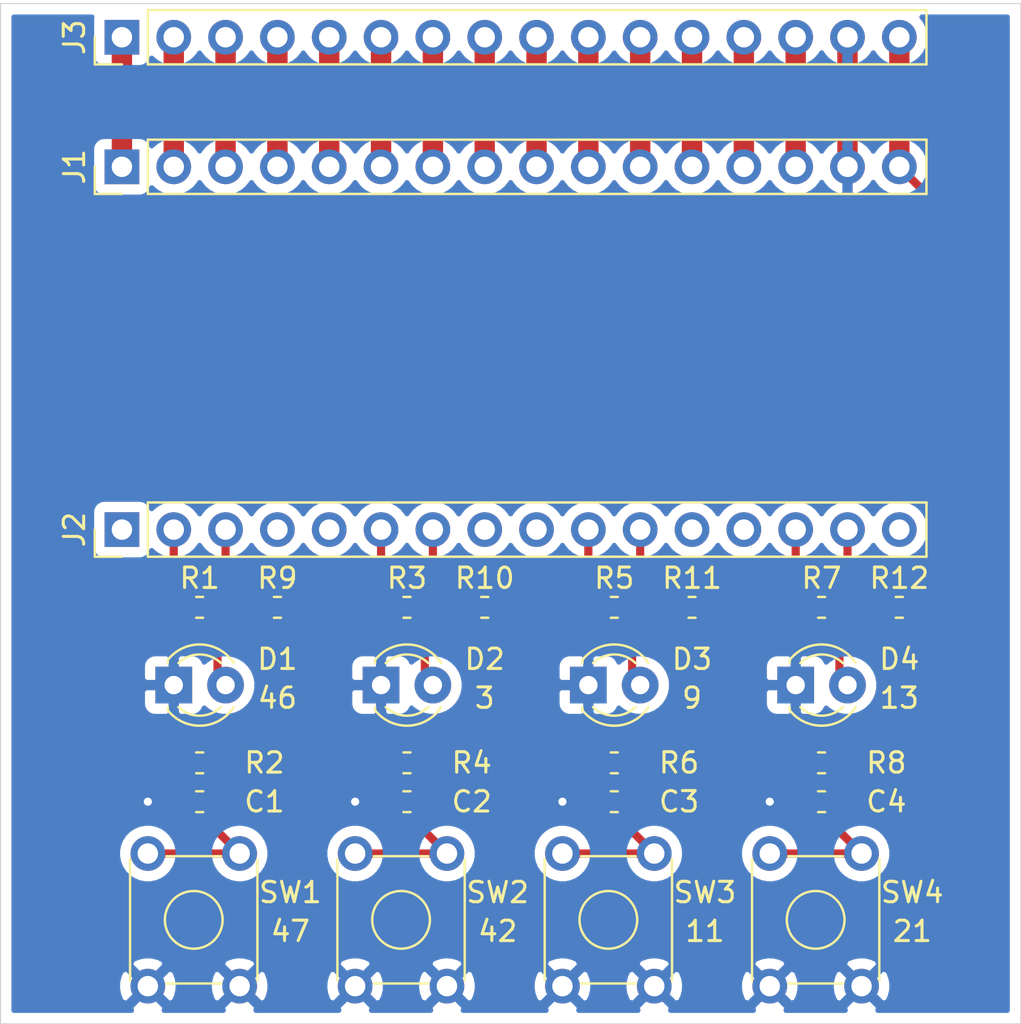
<source format=kicad_pcb>
(kicad_pcb (version 20171130) (host pcbnew 5.1.4-e60b266~84~ubuntu18.04.1)

  (general
    (thickness 1.6)
    (drawings 12)
    (tracks 92)
    (zones 0)
    (modules 27)
    (nets 33)
  )

  (page A4)
  (layers
    (0 F.Cu signal)
    (31 B.Cu signal)
    (32 B.Adhes user hide)
    (33 F.Adhes user hide)
    (34 B.Paste user hide)
    (35 F.Paste user hide)
    (36 B.SilkS user)
    (37 F.SilkS user)
    (38 B.Mask user)
    (39 F.Mask user)
    (40 Dwgs.User user)
    (41 Cmts.User user)
    (42 Eco1.User user)
    (43 Eco2.User user hide)
    (44 Edge.Cuts user)
    (45 Margin user)
    (46 B.CrtYd user hide)
    (47 F.CrtYd user)
    (48 B.Fab user hide)
    (49 F.Fab user hide)
  )

  (setup
    (last_trace_width 1)
    (user_trace_width 0.4)
    (user_trace_width 1)
    (trace_clearance 0.2)
    (zone_clearance 0.508)
    (zone_45_only no)
    (trace_min 0.2)
    (via_size 0.8)
    (via_drill 0.4)
    (via_min_size 0.4)
    (via_min_drill 0.3)
    (user_via 0.8 0.4)
    (uvia_size 0.3)
    (uvia_drill 0.1)
    (uvias_allowed no)
    (uvia_min_size 0.2)
    (uvia_min_drill 0.1)
    (edge_width 0.05)
    (segment_width 0.2)
    (pcb_text_width 0.3)
    (pcb_text_size 1.5 1.5)
    (mod_edge_width 0.12)
    (mod_text_size 1 1)
    (mod_text_width 0.15)
    (pad_size 1.524 1.524)
    (pad_drill 0.762)
    (pad_to_mask_clearance 0.051)
    (solder_mask_min_width 0.25)
    (aux_axis_origin 143.51 71.12)
    (grid_origin 143.51 71.12)
    (visible_elements FFFFFF7F)
    (pcbplotparams
      (layerselection 0x01030_ffffffff)
      (usegerberextensions true)
      (usegerberattributes false)
      (usegerberadvancedattributes false)
      (creategerberjobfile false)
      (excludeedgelayer true)
      (linewidth 0.100000)
      (plotframeref false)
      (viasonmask false)
      (mode 1)
      (useauxorigin true)
      (hpglpennumber 1)
      (hpglpenspeed 20)
      (hpglpendiameter 15.000000)
      (psnegative false)
      (psa4output false)
      (plotreference true)
      (plotvalue true)
      (plotinvisibletext false)
      (padsonsilk false)
      (subtractmaskfromsilk false)
      (outputformat 1)
      (mirror false)
      (drillshape 0)
      (scaleselection 1)
      (outputdirectory "gerber"))
  )

  (net 0 "")
  (net 1 GND)
  (net 2 /46)
  (net 3 /3)
  (net 4 "Net-(D1-Pad2)")
  (net 5 "Net-(D2-Pad2)")
  (net 6 "Net-(D3-Pad2)")
  (net 7 "Net-(D4-Pad2)")
  (net 8 /28)
  (net 9 /38)
  (net 10 /42)
  (net 11 /36)
  (net 12 /43)
  (net 13 /34)
  (net 14 /37)
  (net 15 /31)
  (net 16 /35)
  (net 17 /32)
  (net 18 /27)
  (net 19 /26)
  (net 20 /25)
  (net 21 /23)
  (net 22 +3V3)
  (net 23 /47)
  (net 24 /4)
  (net 25 /9)
  (net 26 /11)
  (net 27 /13)
  (net 28 /21)
  (net 29 "Net-(C1-Pad1)")
  (net 30 "Net-(C2-Pad1)")
  (net 31 "Net-(C3-Pad1)")
  (net 32 "Net-(C4-Pad1)")

  (net_class Default "This is the default net class."
    (clearance 0.2)
    (trace_width 0.25)
    (via_dia 0.8)
    (via_drill 0.4)
    (uvia_dia 0.3)
    (uvia_drill 0.1)
    (add_net +3V3)
    (add_net /11)
    (add_net /13)
    (add_net /21)
    (add_net /23)
    (add_net /25)
    (add_net /26)
    (add_net /27)
    (add_net /28)
    (add_net /3)
    (add_net /31)
    (add_net /32)
    (add_net /34)
    (add_net /35)
    (add_net /36)
    (add_net /37)
    (add_net /38)
    (add_net /4)
    (add_net /42)
    (add_net /43)
    (add_net /46)
    (add_net /47)
    (add_net /9)
    (add_net GND)
    (add_net "Net-(C1-Pad1)")
    (add_net "Net-(C2-Pad1)")
    (add_net "Net-(C3-Pad1)")
    (add_net "Net-(C4-Pad1)")
    (add_net "Net-(D1-Pad2)")
    (add_net "Net-(D2-Pad2)")
    (add_net "Net-(D3-Pad2)")
    (add_net "Net-(D4-Pad2)")
  )

  (module Capacitor_SMD:C_0603_1608Metric_Pad1.05x0.95mm_HandSolder (layer F.Cu) (tedit 5B301BBE) (tstamp 5D8FE6D1)
    (at 128.27 102.235 180)
    (descr "Capacitor SMD 0603 (1608 Metric), square (rectangular) end terminal, IPC_7351 nominal with elongated pad for handsoldering. (Body size source: http://www.tortai-tech.com/upload/download/2011102023233369053.pdf), generated with kicad-footprint-generator")
    (tags "capacitor handsolder")
    (path /5D8C80C4)
    (attr smd)
    (fp_text reference C1 (at -3.175 0) (layer F.SilkS)
      (effects (font (size 1 1) (thickness 0.15)))
    )
    (fp_text value 100n (at 0 1.43) (layer F.Fab)
      (effects (font (size 1 1) (thickness 0.15)))
    )
    (fp_text user %R (at -2.54 0 90) (layer F.Fab)
      (effects (font (size 0.4 0.4) (thickness 0.06)))
    )
    (fp_line (start 1.65 0.73) (end -1.65 0.73) (layer F.CrtYd) (width 0.05))
    (fp_line (start 1.65 -0.73) (end 1.65 0.73) (layer F.CrtYd) (width 0.05))
    (fp_line (start -1.65 -0.73) (end 1.65 -0.73) (layer F.CrtYd) (width 0.05))
    (fp_line (start -1.65 0.73) (end -1.65 -0.73) (layer F.CrtYd) (width 0.05))
    (fp_line (start -0.171267 0.51) (end 0.171267 0.51) (layer F.SilkS) (width 0.12))
    (fp_line (start -0.171267 -0.51) (end 0.171267 -0.51) (layer F.SilkS) (width 0.12))
    (fp_line (start 0.8 0.4) (end -0.8 0.4) (layer F.Fab) (width 0.1))
    (fp_line (start 0.8 -0.4) (end 0.8 0.4) (layer F.Fab) (width 0.1))
    (fp_line (start -0.8 -0.4) (end 0.8 -0.4) (layer F.Fab) (width 0.1))
    (fp_line (start -0.8 0.4) (end -0.8 -0.4) (layer F.Fab) (width 0.1))
    (pad 2 smd roundrect (at 0.875 0 180) (size 1.05 0.95) (layers F.Cu F.Paste F.Mask) (roundrect_rratio 0.25)
      (net 1 GND))
    (pad 1 smd roundrect (at -0.875 0 180) (size 1.05 0.95) (layers F.Cu F.Paste F.Mask) (roundrect_rratio 0.25)
      (net 29 "Net-(C1-Pad1)"))
    (model ${KISYS3DMOD}/Capacitor_SMD.3dshapes/C_0603_1608Metric.wrl
      (at (xyz 0 0 0))
      (scale (xyz 1 1 1))
      (rotate (xyz 0 0 0))
    )
  )

  (module Capacitor_SMD:C_0603_1608Metric_Pad1.05x0.95mm_HandSolder (layer F.Cu) (tedit 5B301BBE) (tstamp 5D8FE6E2)
    (at 138.43 102.235 180)
    (descr "Capacitor SMD 0603 (1608 Metric), square (rectangular) end terminal, IPC_7351 nominal with elongated pad for handsoldering. (Body size source: http://www.tortai-tech.com/upload/download/2011102023233369053.pdf), generated with kicad-footprint-generator")
    (tags "capacitor handsolder")
    (path /5D941225)
    (attr smd)
    (fp_text reference C2 (at -3.175 0) (layer F.SilkS)
      (effects (font (size 1 1) (thickness 0.15)))
    )
    (fp_text value 100n (at 0 1.43) (layer F.Fab)
      (effects (font (size 1 1) (thickness 0.15)))
    )
    (fp_line (start -0.8 0.4) (end -0.8 -0.4) (layer F.Fab) (width 0.1))
    (fp_line (start -0.8 -0.4) (end 0.8 -0.4) (layer F.Fab) (width 0.1))
    (fp_line (start 0.8 -0.4) (end 0.8 0.4) (layer F.Fab) (width 0.1))
    (fp_line (start 0.8 0.4) (end -0.8 0.4) (layer F.Fab) (width 0.1))
    (fp_line (start -0.171267 -0.51) (end 0.171267 -0.51) (layer F.SilkS) (width 0.12))
    (fp_line (start -0.171267 0.51) (end 0.171267 0.51) (layer F.SilkS) (width 0.12))
    (fp_line (start -1.65 0.73) (end -1.65 -0.73) (layer F.CrtYd) (width 0.05))
    (fp_line (start -1.65 -0.73) (end 1.65 -0.73) (layer F.CrtYd) (width 0.05))
    (fp_line (start 1.65 -0.73) (end 1.65 0.73) (layer F.CrtYd) (width 0.05))
    (fp_line (start 1.65 0.73) (end -1.65 0.73) (layer F.CrtYd) (width 0.05))
    (fp_text user %R (at 0 0) (layer F.Fab)
      (effects (font (size 0.4 0.4) (thickness 0.06)))
    )
    (pad 1 smd roundrect (at -0.875 0 180) (size 1.05 0.95) (layers F.Cu F.Paste F.Mask) (roundrect_rratio 0.25)
      (net 30 "Net-(C2-Pad1)"))
    (pad 2 smd roundrect (at 0.875 0 180) (size 1.05 0.95) (layers F.Cu F.Paste F.Mask) (roundrect_rratio 0.25)
      (net 1 GND))
    (model ${KISYS3DMOD}/Capacitor_SMD.3dshapes/C_0603_1608Metric.wrl
      (at (xyz 0 0 0))
      (scale (xyz 1 1 1))
      (rotate (xyz 0 0 0))
    )
  )

  (module Capacitor_SMD:C_0603_1608Metric_Pad1.05x0.95mm_HandSolder (layer F.Cu) (tedit 5B301BBE) (tstamp 5D8FE6F3)
    (at 148.59 102.235 180)
    (descr "Capacitor SMD 0603 (1608 Metric), square (rectangular) end terminal, IPC_7351 nominal with elongated pad for handsoldering. (Body size source: http://www.tortai-tech.com/upload/download/2011102023233369053.pdf), generated with kicad-footprint-generator")
    (tags "capacitor handsolder")
    (path /5D94396D)
    (attr smd)
    (fp_text reference C3 (at -3.175 0) (layer F.SilkS)
      (effects (font (size 1 1) (thickness 0.15)))
    )
    (fp_text value 100n (at 0 1.43) (layer F.Fab)
      (effects (font (size 1 1) (thickness 0.15)))
    )
    (fp_text user %R (at 0 0) (layer F.Fab)
      (effects (font (size 0.4 0.4) (thickness 0.06)))
    )
    (fp_line (start 1.65 0.73) (end -1.65 0.73) (layer F.CrtYd) (width 0.05))
    (fp_line (start 1.65 -0.73) (end 1.65 0.73) (layer F.CrtYd) (width 0.05))
    (fp_line (start -1.65 -0.73) (end 1.65 -0.73) (layer F.CrtYd) (width 0.05))
    (fp_line (start -1.65 0.73) (end -1.65 -0.73) (layer F.CrtYd) (width 0.05))
    (fp_line (start -0.171267 0.51) (end 0.171267 0.51) (layer F.SilkS) (width 0.12))
    (fp_line (start -0.171267 -0.51) (end 0.171267 -0.51) (layer F.SilkS) (width 0.12))
    (fp_line (start 0.8 0.4) (end -0.8 0.4) (layer F.Fab) (width 0.1))
    (fp_line (start 0.8 -0.4) (end 0.8 0.4) (layer F.Fab) (width 0.1))
    (fp_line (start -0.8 -0.4) (end 0.8 -0.4) (layer F.Fab) (width 0.1))
    (fp_line (start -0.8 0.4) (end -0.8 -0.4) (layer F.Fab) (width 0.1))
    (pad 2 smd roundrect (at 0.875 0 180) (size 1.05 0.95) (layers F.Cu F.Paste F.Mask) (roundrect_rratio 0.25)
      (net 1 GND))
    (pad 1 smd roundrect (at -0.875 0 180) (size 1.05 0.95) (layers F.Cu F.Paste F.Mask) (roundrect_rratio 0.25)
      (net 31 "Net-(C3-Pad1)"))
    (model ${KISYS3DMOD}/Capacitor_SMD.3dshapes/C_0603_1608Metric.wrl
      (at (xyz 0 0 0))
      (scale (xyz 1 1 1))
      (rotate (xyz 0 0 0))
    )
  )

  (module Capacitor_SMD:C_0603_1608Metric_Pad1.05x0.95mm_HandSolder (layer F.Cu) (tedit 5B301BBE) (tstamp 5D8FE704)
    (at 158.75 102.235 180)
    (descr "Capacitor SMD 0603 (1608 Metric), square (rectangular) end terminal, IPC_7351 nominal with elongated pad for handsoldering. (Body size source: http://www.tortai-tech.com/upload/download/2011102023233369053.pdf), generated with kicad-footprint-generator")
    (tags "capacitor handsolder")
    (path /5D944FB5)
    (attr smd)
    (fp_text reference C4 (at -3.175 0) (layer F.SilkS)
      (effects (font (size 1 1) (thickness 0.15)))
    )
    (fp_text value 100n (at 0 1.43) (layer F.Fab)
      (effects (font (size 1 1) (thickness 0.15)))
    )
    (fp_line (start -0.8 0.4) (end -0.8 -0.4) (layer F.Fab) (width 0.1))
    (fp_line (start -0.8 -0.4) (end 0.8 -0.4) (layer F.Fab) (width 0.1))
    (fp_line (start 0.8 -0.4) (end 0.8 0.4) (layer F.Fab) (width 0.1))
    (fp_line (start 0.8 0.4) (end -0.8 0.4) (layer F.Fab) (width 0.1))
    (fp_line (start -0.171267 -0.51) (end 0.171267 -0.51) (layer F.SilkS) (width 0.12))
    (fp_line (start -0.171267 0.51) (end 0.171267 0.51) (layer F.SilkS) (width 0.12))
    (fp_line (start -1.65 0.73) (end -1.65 -0.73) (layer F.CrtYd) (width 0.05))
    (fp_line (start -1.65 -0.73) (end 1.65 -0.73) (layer F.CrtYd) (width 0.05))
    (fp_line (start 1.65 -0.73) (end 1.65 0.73) (layer F.CrtYd) (width 0.05))
    (fp_line (start 1.65 0.73) (end -1.65 0.73) (layer F.CrtYd) (width 0.05))
    (fp_text user %R (at 0 0) (layer F.Fab)
      (effects (font (size 0.4 0.4) (thickness 0.06)))
    )
    (pad 1 smd roundrect (at -0.875 0 180) (size 1.05 0.95) (layers F.Cu F.Paste F.Mask) (roundrect_rratio 0.25)
      (net 32 "Net-(C4-Pad1)"))
    (pad 2 smd roundrect (at 0.875 0 180) (size 1.05 0.95) (layers F.Cu F.Paste F.Mask) (roundrect_rratio 0.25)
      (net 1 GND))
    (model ${KISYS3DMOD}/Capacitor_SMD.3dshapes/C_0603_1608Metric.wrl
      (at (xyz 0 0 0))
      (scale (xyz 1 1 1))
      (rotate (xyz 0 0 0))
    )
  )

  (module LED_THT:LED_D3.0mm_Clear (layer F.Cu) (tedit 5A6C9BC0) (tstamp 5D8FF107)
    (at 127 96.52)
    (descr "IR-LED, diameter 3.0mm, 2 pins, color: clear")
    (tags "IR infrared LED diameter 3.0mm 2 pins clear")
    (path /5D8BB91F)
    (fp_text reference D1 (at 5.08 -1.27) (layer F.SilkS)
      (effects (font (size 1 1) (thickness 0.15)))
    )
    (fp_text value LED (at 1.27 2.96) (layer F.Fab)
      (effects (font (size 1 1) (thickness 0.15)))
    )
    (fp_text user %R (at 1.47 0) (layer F.Fab)
      (effects (font (size 0.8 0.8) (thickness 0.12)))
    )
    (fp_line (start -0.23 -1.16619) (end -0.23 1.16619) (layer F.Fab) (width 0.1))
    (fp_line (start -0.29 -1.236) (end -0.29 -1.08) (layer F.SilkS) (width 0.12))
    (fp_line (start -0.29 1.08) (end -0.29 1.236) (layer F.SilkS) (width 0.12))
    (fp_line (start -1.15 -2.25) (end -1.15 2.25) (layer F.CrtYd) (width 0.05))
    (fp_line (start -1.15 2.25) (end 3.7 2.25) (layer F.CrtYd) (width 0.05))
    (fp_line (start 3.7 2.25) (end 3.7 -2.25) (layer F.CrtYd) (width 0.05))
    (fp_line (start 3.7 -2.25) (end -1.15 -2.25) (layer F.CrtYd) (width 0.05))
    (fp_circle (center 1.27 0) (end 2.77 0) (layer F.Fab) (width 0.1))
    (fp_arc (start 1.27 0) (end -0.23 -1.16619) (angle 284.3) (layer F.Fab) (width 0.1))
    (fp_arc (start 1.27 0) (end -0.29 -1.235516) (angle 108.8) (layer F.SilkS) (width 0.12))
    (fp_arc (start 1.27 0) (end -0.29 1.235516) (angle -108.8) (layer F.SilkS) (width 0.12))
    (fp_arc (start 1.27 0) (end 0.229039 -1.08) (angle 87.9) (layer F.SilkS) (width 0.12))
    (fp_arc (start 1.27 0) (end 0.229039 1.08) (angle -87.9) (layer F.SilkS) (width 0.12))
    (pad 1 thru_hole rect (at 0 0) (size 1.8 1.8) (drill 0.9) (layers *.Cu *.Mask)
      (net 1 GND))
    (pad 2 thru_hole circle (at 2.54 0) (size 1.8 1.8) (drill 0.9) (layers *.Cu *.Mask)
      (net 4 "Net-(D1-Pad2)"))
    (model ${KISYS3DMOD}/LED_THT.3dshapes/LED_D3.0mm_Clear.wrl
      (at (xyz 0 0 0))
      (scale (xyz 1 1 1))
      (rotate (xyz 0 0 0))
    )
  )

  (module LED_THT:LED_D3.0mm_Clear (layer F.Cu) (tedit 5A6C9BC0) (tstamp 5D8FE72C)
    (at 137.16 96.52)
    (descr "IR-LED, diameter 3.0mm, 2 pins, color: clear")
    (tags "IR infrared LED diameter 3.0mm 2 pins clear")
    (path /5D9411F0)
    (fp_text reference D2 (at 5.08 -1.27) (layer F.SilkS)
      (effects (font (size 1 1) (thickness 0.15)))
    )
    (fp_text value LED (at 1.27 2.96) (layer F.Fab)
      (effects (font (size 1 1) (thickness 0.15)))
    )
    (fp_arc (start 1.27 0) (end 0.229039 1.08) (angle -87.9) (layer F.SilkS) (width 0.12))
    (fp_arc (start 1.27 0) (end 0.229039 -1.08) (angle 87.9) (layer F.SilkS) (width 0.12))
    (fp_arc (start 1.27 0) (end -0.29 1.235516) (angle -108.8) (layer F.SilkS) (width 0.12))
    (fp_arc (start 1.27 0) (end -0.29 -1.235516) (angle 108.8) (layer F.SilkS) (width 0.12))
    (fp_arc (start 1.27 0) (end -0.23 -1.16619) (angle 284.3) (layer F.Fab) (width 0.1))
    (fp_circle (center 1.27 0) (end 2.77 0) (layer F.Fab) (width 0.1))
    (fp_line (start 3.7 -2.25) (end -1.15 -2.25) (layer F.CrtYd) (width 0.05))
    (fp_line (start 3.7 2.25) (end 3.7 -2.25) (layer F.CrtYd) (width 0.05))
    (fp_line (start -1.15 2.25) (end 3.7 2.25) (layer F.CrtYd) (width 0.05))
    (fp_line (start -1.15 -2.25) (end -1.15 2.25) (layer F.CrtYd) (width 0.05))
    (fp_line (start -0.29 1.08) (end -0.29 1.236) (layer F.SilkS) (width 0.12))
    (fp_line (start -0.29 -1.236) (end -0.29 -1.08) (layer F.SilkS) (width 0.12))
    (fp_line (start -0.23 -1.16619) (end -0.23 1.16619) (layer F.Fab) (width 0.1))
    (fp_text user %R (at 1.47 0) (layer F.Fab)
      (effects (font (size 0.8 0.8) (thickness 0.12)))
    )
    (pad 2 thru_hole circle (at 2.54 0) (size 1.8 1.8) (drill 0.9) (layers *.Cu *.Mask)
      (net 5 "Net-(D2-Pad2)"))
    (pad 1 thru_hole rect (at 0 0) (size 1.8 1.8) (drill 0.9) (layers *.Cu *.Mask)
      (net 1 GND))
    (model ${KISYS3DMOD}/LED_THT.3dshapes/LED_D3.0mm_Clear.wrl
      (at (xyz 0 0 0))
      (scale (xyz 1 1 1))
      (rotate (xyz 0 0 0))
    )
  )

  (module LED_THT:LED_D3.0mm_Clear (layer F.Cu) (tedit 5A6C9BC0) (tstamp 5D8FE740)
    (at 147.32 96.52)
    (descr "IR-LED, diameter 3.0mm, 2 pins, color: clear")
    (tags "IR infrared LED diameter 3.0mm 2 pins clear")
    (path /5D943938)
    (fp_text reference D3 (at 5.08 -1.27) (layer F.SilkS)
      (effects (font (size 1 1) (thickness 0.15)))
    )
    (fp_text value LED (at 1.27 2.96) (layer F.Fab)
      (effects (font (size 1 1) (thickness 0.15)))
    )
    (fp_arc (start 1.27 0) (end 0.229039 1.08) (angle -87.9) (layer F.SilkS) (width 0.12))
    (fp_arc (start 1.27 0) (end 0.229039 -1.08) (angle 87.9) (layer F.SilkS) (width 0.12))
    (fp_arc (start 1.27 0) (end -0.29 1.235516) (angle -108.8) (layer F.SilkS) (width 0.12))
    (fp_arc (start 1.27 0) (end -0.29 -1.235516) (angle 108.8) (layer F.SilkS) (width 0.12))
    (fp_arc (start 1.27 0) (end -0.23 -1.16619) (angle 284.3) (layer F.Fab) (width 0.1))
    (fp_circle (center 1.27 0) (end 2.77 0) (layer F.Fab) (width 0.1))
    (fp_line (start 3.7 -2.25) (end -1.15 -2.25) (layer F.CrtYd) (width 0.05))
    (fp_line (start 3.7 2.25) (end 3.7 -2.25) (layer F.CrtYd) (width 0.05))
    (fp_line (start -1.15 2.25) (end 3.7 2.25) (layer F.CrtYd) (width 0.05))
    (fp_line (start -1.15 -2.25) (end -1.15 2.25) (layer F.CrtYd) (width 0.05))
    (fp_line (start -0.29 1.08) (end -0.29 1.236) (layer F.SilkS) (width 0.12))
    (fp_line (start -0.29 -1.236) (end -0.29 -1.08) (layer F.SilkS) (width 0.12))
    (fp_line (start -0.23 -1.16619) (end -0.23 1.16619) (layer F.Fab) (width 0.1))
    (fp_text user %R (at 1.47 0) (layer F.Fab)
      (effects (font (size 0.8 0.8) (thickness 0.12)))
    )
    (pad 2 thru_hole circle (at 2.54 0) (size 1.8 1.8) (drill 0.9) (layers *.Cu *.Mask)
      (net 6 "Net-(D3-Pad2)"))
    (pad 1 thru_hole rect (at 0 0) (size 1.8 1.8) (drill 0.9) (layers *.Cu *.Mask)
      (net 1 GND))
    (model ${KISYS3DMOD}/LED_THT.3dshapes/LED_D3.0mm_Clear.wrl
      (at (xyz 0 0 0))
      (scale (xyz 1 1 1))
      (rotate (xyz 0 0 0))
    )
  )

  (module LED_THT:LED_D3.0mm_Clear (layer F.Cu) (tedit 5A6C9BC0) (tstamp 5D8FE754)
    (at 157.48 96.52)
    (descr "IR-LED, diameter 3.0mm, 2 pins, color: clear")
    (tags "IR infrared LED diameter 3.0mm 2 pins clear")
    (path /5D944F80)
    (fp_text reference D4 (at 5.08 -1.27) (layer F.SilkS)
      (effects (font (size 1 1) (thickness 0.15)))
    )
    (fp_text value LED (at 1.27 2.96) (layer F.Fab)
      (effects (font (size 1 1) (thickness 0.15)))
    )
    (fp_text user %R (at 1.47 0) (layer F.Fab)
      (effects (font (size 0.8 0.8) (thickness 0.12)))
    )
    (fp_line (start -0.23 -1.16619) (end -0.23 1.16619) (layer F.Fab) (width 0.1))
    (fp_line (start -0.29 -1.236) (end -0.29 -1.08) (layer F.SilkS) (width 0.12))
    (fp_line (start -0.29 1.08) (end -0.29 1.236) (layer F.SilkS) (width 0.12))
    (fp_line (start -1.15 -2.25) (end -1.15 2.25) (layer F.CrtYd) (width 0.05))
    (fp_line (start -1.15 2.25) (end 3.7 2.25) (layer F.CrtYd) (width 0.05))
    (fp_line (start 3.7 2.25) (end 3.7 -2.25) (layer F.CrtYd) (width 0.05))
    (fp_line (start 3.7 -2.25) (end -1.15 -2.25) (layer F.CrtYd) (width 0.05))
    (fp_circle (center 1.27 0) (end 2.77 0) (layer F.Fab) (width 0.1))
    (fp_arc (start 1.27 0) (end -0.23 -1.16619) (angle 284.3) (layer F.Fab) (width 0.1))
    (fp_arc (start 1.27 0) (end -0.29 -1.235516) (angle 108.8) (layer F.SilkS) (width 0.12))
    (fp_arc (start 1.27 0) (end -0.29 1.235516) (angle -108.8) (layer F.SilkS) (width 0.12))
    (fp_arc (start 1.27 0) (end 0.229039 -1.08) (angle 87.9) (layer F.SilkS) (width 0.12))
    (fp_arc (start 1.27 0) (end 0.229039 1.08) (angle -87.9) (layer F.SilkS) (width 0.12))
    (pad 1 thru_hole rect (at 0 0) (size 1.8 1.8) (drill 0.9) (layers *.Cu *.Mask)
      (net 1 GND))
    (pad 2 thru_hole circle (at 2.54 0) (size 1.8 1.8) (drill 0.9) (layers *.Cu *.Mask)
      (net 7 "Net-(D4-Pad2)"))
    (model ${KISYS3DMOD}/LED_THT.3dshapes/LED_D3.0mm_Clear.wrl
      (at (xyz 0 0 0))
      (scale (xyz 1 1 1))
      (rotate (xyz 0 0 0))
    )
  )

  (module Connector_PinHeader_2.54mm:PinHeader_1x16_P2.54mm_Vertical (layer F.Cu) (tedit 59FED5CC) (tstamp 5D8FEC64)
    (at 124.46 71.12 90)
    (descr "Through hole straight pin header, 1x16, 2.54mm pitch, single row")
    (tags "Through hole pin header THT 1x16 2.54mm single row")
    (path /5D8B8387)
    (fp_text reference J1 (at 0 -2.33 90) (layer F.SilkS)
      (effects (font (size 1 1) (thickness 0.15)))
    )
    (fp_text value Upduino2 (at 0 48.26 90) (layer F.Fab)
      (effects (font (size 1 1) (thickness 0.15)))
    )
    (fp_line (start -0.635 -1.27) (end 1.27 -1.27) (layer F.Fab) (width 0.1))
    (fp_line (start 1.27 -1.27) (end 1.27 39.37) (layer F.Fab) (width 0.1))
    (fp_line (start 1.27 39.37) (end -1.27 39.37) (layer F.Fab) (width 0.1))
    (fp_line (start -1.27 39.37) (end -1.27 -0.635) (layer F.Fab) (width 0.1))
    (fp_line (start -1.27 -0.635) (end -0.635 -1.27) (layer F.Fab) (width 0.1))
    (fp_line (start -1.33 39.43) (end 1.33 39.43) (layer F.SilkS) (width 0.12))
    (fp_line (start -1.33 1.27) (end -1.33 39.43) (layer F.SilkS) (width 0.12))
    (fp_line (start 1.33 1.27) (end 1.33 39.43) (layer F.SilkS) (width 0.12))
    (fp_line (start -1.33 1.27) (end 1.33 1.27) (layer F.SilkS) (width 0.12))
    (fp_line (start -1.33 0) (end -1.33 -1.33) (layer F.SilkS) (width 0.12))
    (fp_line (start -1.33 -1.33) (end 0 -1.33) (layer F.SilkS) (width 0.12))
    (fp_line (start -1.8 -1.8) (end -1.8 39.9) (layer F.CrtYd) (width 0.05))
    (fp_line (start -1.8 39.9) (end 1.8 39.9) (layer F.CrtYd) (width 0.05))
    (fp_line (start 1.8 39.9) (end 1.8 -1.8) (layer F.CrtYd) (width 0.05))
    (fp_line (start 1.8 -1.8) (end -1.8 -1.8) (layer F.CrtYd) (width 0.05))
    (fp_text user %R (at 0 19.05) (layer F.Fab)
      (effects (font (size 1 1) (thickness 0.15)))
    )
    (pad 1 thru_hole rect (at 0 0 90) (size 1.7 1.7) (drill 1) (layers *.Cu *.Mask)
      (net 8 /28))
    (pad 2 thru_hole oval (at 0 2.54 90) (size 1.7 1.7) (drill 1) (layers *.Cu *.Mask)
      (net 9 /38))
    (pad 3 thru_hole oval (at 0 5.08 90) (size 1.7 1.7) (drill 1) (layers *.Cu *.Mask)
      (net 10 /42))
    (pad 4 thru_hole oval (at 0 7.62 90) (size 1.7 1.7) (drill 1) (layers *.Cu *.Mask)
      (net 11 /36))
    (pad 5 thru_hole oval (at 0 10.16 90) (size 1.7 1.7) (drill 1) (layers *.Cu *.Mask)
      (net 12 /43))
    (pad 6 thru_hole oval (at 0 12.7 90) (size 1.7 1.7) (drill 1) (layers *.Cu *.Mask)
      (net 13 /34))
    (pad 7 thru_hole oval (at 0 15.24 90) (size 1.7 1.7) (drill 1) (layers *.Cu *.Mask)
      (net 14 /37))
    (pad 8 thru_hole oval (at 0 17.78 90) (size 1.7 1.7) (drill 1) (layers *.Cu *.Mask)
      (net 15 /31))
    (pad 9 thru_hole oval (at 0 20.32 90) (size 1.7 1.7) (drill 1) (layers *.Cu *.Mask)
      (net 16 /35))
    (pad 10 thru_hole oval (at 0 22.86 90) (size 1.7 1.7) (drill 1) (layers *.Cu *.Mask)
      (net 17 /32))
    (pad 11 thru_hole oval (at 0 25.4 90) (size 1.7 1.7) (drill 1) (layers *.Cu *.Mask)
      (net 18 /27))
    (pad 12 thru_hole oval (at 0 27.94 90) (size 1.7 1.7) (drill 1) (layers *.Cu *.Mask)
      (net 19 /26))
    (pad 13 thru_hole oval (at 0 30.48 90) (size 1.7 1.7) (drill 1) (layers *.Cu *.Mask)
      (net 20 /25))
    (pad 14 thru_hole oval (at 0 33.02 90) (size 1.7 1.7) (drill 1) (layers *.Cu *.Mask)
      (net 21 /23))
    (pad 15 thru_hole oval (at 0 35.56 90) (size 1.7 1.7) (drill 1) (layers *.Cu *.Mask)
      (net 1 GND))
    (pad 16 thru_hole oval (at 0 38.1 90) (size 1.7 1.7) (drill 1) (layers *.Cu *.Mask)
      (net 22 +3V3))
    (model ${KISYS3DMOD}/Connector_PinHeader_2.54mm.3dshapes/PinHeader_1x16_P2.54mm_Vertical.wrl
      (at (xyz 0 0 0))
      (scale (xyz 1 1 1))
      (rotate (xyz 0 0 0))
    )
  )

  (module Resistor_SMD:R_0603_1608Metric_Pad1.05x0.95mm_HandSolder (layer F.Cu) (tedit 5B301BBD) (tstamp 5D8FF21B)
    (at 128.27 92.71)
    (descr "Resistor SMD 0603 (1608 Metric), square (rectangular) end terminal, IPC_7351 nominal with elongated pad for handsoldering. (Body size source: http://www.tortai-tech.com/upload/download/2011102023233369053.pdf), generated with kicad-footprint-generator")
    (tags "resistor handsolder")
    (path /5D8BF540)
    (attr smd)
    (fp_text reference R1 (at 0 -1.43) (layer F.SilkS)
      (effects (font (size 1 1) (thickness 0.15)))
    )
    (fp_text value 220 (at 0 1.43) (layer F.Fab)
      (effects (font (size 1 1) (thickness 0.15)))
    )
    (fp_line (start -0.8 0.4) (end -0.8 -0.4) (layer F.Fab) (width 0.1))
    (fp_line (start -0.8 -0.4) (end 0.8 -0.4) (layer F.Fab) (width 0.1))
    (fp_line (start 0.8 -0.4) (end 0.8 0.4) (layer F.Fab) (width 0.1))
    (fp_line (start 0.8 0.4) (end -0.8 0.4) (layer F.Fab) (width 0.1))
    (fp_line (start -0.171267 -0.51) (end 0.171267 -0.51) (layer F.SilkS) (width 0.12))
    (fp_line (start -0.171267 0.51) (end 0.171267 0.51) (layer F.SilkS) (width 0.12))
    (fp_line (start -1.65 0.73) (end -1.65 -0.73) (layer F.CrtYd) (width 0.05))
    (fp_line (start -1.65 -0.73) (end 1.65 -0.73) (layer F.CrtYd) (width 0.05))
    (fp_line (start 1.65 -0.73) (end 1.65 0.73) (layer F.CrtYd) (width 0.05))
    (fp_line (start 1.65 0.73) (end -1.65 0.73) (layer F.CrtYd) (width 0.05))
    (fp_text user %R (at 0 0) (layer F.Fab)
      (effects (font (size 0.4 0.4) (thickness 0.06)))
    )
    (pad 1 smd roundrect (at -0.875 0) (size 1.05 0.95) (layers F.Cu F.Paste F.Mask) (roundrect_rratio 0.25)
      (net 2 /46))
    (pad 2 smd roundrect (at 0.875 0) (size 1.05 0.95) (layers F.Cu F.Paste F.Mask) (roundrect_rratio 0.25)
      (net 4 "Net-(D1-Pad2)"))
    (model ${KISYS3DMOD}/Resistor_SMD.3dshapes/R_0603_1608Metric.wrl
      (at (xyz 0 0 0))
      (scale (xyz 1 1 1))
      (rotate (xyz 0 0 0))
    )
  )

  (module Resistor_SMD:R_0603_1608Metric_Pad1.05x0.95mm_HandSolder (layer F.Cu) (tedit 5B301BBD) (tstamp 5D9000AE)
    (at 128.27 100.33 180)
    (descr "Resistor SMD 0603 (1608 Metric), square (rectangular) end terminal, IPC_7351 nominal with elongated pad for handsoldering. (Body size source: http://www.tortai-tech.com/upload/download/2011102023233369053.pdf), generated with kicad-footprint-generator")
    (tags "resistor handsolder")
    (path /5D8C5421)
    (attr smd)
    (fp_text reference R2 (at -3.175 0) (layer F.SilkS)
      (effects (font (size 1 1) (thickness 0.15)))
    )
    (fp_text value 10k (at 0 1.43) (layer F.Fab)
      (effects (font (size 1 1) (thickness 0.15)))
    )
    (fp_text user %R (at 0 0) (layer F.Fab)
      (effects (font (size 0.4 0.4) (thickness 0.06)))
    )
    (fp_line (start 1.65 0.73) (end -1.65 0.73) (layer F.CrtYd) (width 0.05))
    (fp_line (start 1.65 -0.73) (end 1.65 0.73) (layer F.CrtYd) (width 0.05))
    (fp_line (start -1.65 -0.73) (end 1.65 -0.73) (layer F.CrtYd) (width 0.05))
    (fp_line (start -1.65 0.73) (end -1.65 -0.73) (layer F.CrtYd) (width 0.05))
    (fp_line (start -0.171267 0.51) (end 0.171267 0.51) (layer F.SilkS) (width 0.12))
    (fp_line (start -0.171267 -0.51) (end 0.171267 -0.51) (layer F.SilkS) (width 0.12))
    (fp_line (start 0.8 0.4) (end -0.8 0.4) (layer F.Fab) (width 0.1))
    (fp_line (start 0.8 -0.4) (end 0.8 0.4) (layer F.Fab) (width 0.1))
    (fp_line (start -0.8 -0.4) (end 0.8 -0.4) (layer F.Fab) (width 0.1))
    (fp_line (start -0.8 0.4) (end -0.8 -0.4) (layer F.Fab) (width 0.1))
    (pad 2 smd roundrect (at 0.875 0 180) (size 1.05 0.95) (layers F.Cu F.Paste F.Mask) (roundrect_rratio 0.25)
      (net 22 +3V3))
    (pad 1 smd roundrect (at -0.875 0 180) (size 1.05 0.95) (layers F.Cu F.Paste F.Mask) (roundrect_rratio 0.25)
      (net 29 "Net-(C1-Pad1)"))
    (model ${KISYS3DMOD}/Resistor_SMD.3dshapes/R_0603_1608Metric.wrl
      (at (xyz 0 0 0))
      (scale (xyz 1 1 1))
      (rotate (xyz 0 0 0))
    )
  )

  (module Resistor_SMD:R_0603_1608Metric_Pad1.05x0.95mm_HandSolder (layer F.Cu) (tedit 5B301BBD) (tstamp 5D8FE7BC)
    (at 138.43 92.71)
    (descr "Resistor SMD 0603 (1608 Metric), square (rectangular) end terminal, IPC_7351 nominal with elongated pad for handsoldering. (Body size source: http://www.tortai-tech.com/upload/download/2011102023233369053.pdf), generated with kicad-footprint-generator")
    (tags "resistor handsolder")
    (path /5D9411FC)
    (attr smd)
    (fp_text reference R3 (at 0 -1.43) (layer F.SilkS)
      (effects (font (size 1 1) (thickness 0.15)))
    )
    (fp_text value 220 (at 0 1.43) (layer F.Fab)
      (effects (font (size 1 1) (thickness 0.15)))
    )
    (fp_line (start -0.8 0.4) (end -0.8 -0.4) (layer F.Fab) (width 0.1))
    (fp_line (start -0.8 -0.4) (end 0.8 -0.4) (layer F.Fab) (width 0.1))
    (fp_line (start 0.8 -0.4) (end 0.8 0.4) (layer F.Fab) (width 0.1))
    (fp_line (start 0.8 0.4) (end -0.8 0.4) (layer F.Fab) (width 0.1))
    (fp_line (start -0.171267 -0.51) (end 0.171267 -0.51) (layer F.SilkS) (width 0.12))
    (fp_line (start -0.171267 0.51) (end 0.171267 0.51) (layer F.SilkS) (width 0.12))
    (fp_line (start -1.65 0.73) (end -1.65 -0.73) (layer F.CrtYd) (width 0.05))
    (fp_line (start -1.65 -0.73) (end 1.65 -0.73) (layer F.CrtYd) (width 0.05))
    (fp_line (start 1.65 -0.73) (end 1.65 0.73) (layer F.CrtYd) (width 0.05))
    (fp_line (start 1.65 0.73) (end -1.65 0.73) (layer F.CrtYd) (width 0.05))
    (fp_text user %R (at 0 0) (layer F.Fab)
      (effects (font (size 0.4 0.4) (thickness 0.06)))
    )
    (pad 1 smd roundrect (at -0.875 0) (size 1.05 0.95) (layers F.Cu F.Paste F.Mask) (roundrect_rratio 0.25)
      (net 3 /3))
    (pad 2 smd roundrect (at 0.875 0) (size 1.05 0.95) (layers F.Cu F.Paste F.Mask) (roundrect_rratio 0.25)
      (net 5 "Net-(D2-Pad2)"))
    (model ${KISYS3DMOD}/Resistor_SMD.3dshapes/R_0603_1608Metric.wrl
      (at (xyz 0 0 0))
      (scale (xyz 1 1 1))
      (rotate (xyz 0 0 0))
    )
  )

  (module Resistor_SMD:R_0603_1608Metric_Pad1.05x0.95mm_HandSolder (layer F.Cu) (tedit 5B301BBD) (tstamp 5D90076A)
    (at 138.43 100.33 180)
    (descr "Resistor SMD 0603 (1608 Metric), square (rectangular) end terminal, IPC_7351 nominal with elongated pad for handsoldering. (Body size source: http://www.tortai-tech.com/upload/download/2011102023233369053.pdf), generated with kicad-footprint-generator")
    (tags "resistor handsolder")
    (path /5D941213)
    (attr smd)
    (fp_text reference R4 (at -3.175 0) (layer F.SilkS)
      (effects (font (size 1 1) (thickness 0.15)))
    )
    (fp_text value 10k (at 0 1.43) (layer F.Fab)
      (effects (font (size 1 1) (thickness 0.15)))
    )
    (fp_line (start -0.8 0.4) (end -0.8 -0.4) (layer F.Fab) (width 0.1))
    (fp_line (start -0.8 -0.4) (end 0.8 -0.4) (layer F.Fab) (width 0.1))
    (fp_line (start 0.8 -0.4) (end 0.8 0.4) (layer F.Fab) (width 0.1))
    (fp_line (start 0.8 0.4) (end -0.8 0.4) (layer F.Fab) (width 0.1))
    (fp_line (start -0.171267 -0.51) (end 0.171267 -0.51) (layer F.SilkS) (width 0.12))
    (fp_line (start -0.171267 0.51) (end 0.171267 0.51) (layer F.SilkS) (width 0.12))
    (fp_line (start -1.65 0.73) (end -1.65 -0.73) (layer F.CrtYd) (width 0.05))
    (fp_line (start -1.65 -0.73) (end 1.65 -0.73) (layer F.CrtYd) (width 0.05))
    (fp_line (start 1.65 -0.73) (end 1.65 0.73) (layer F.CrtYd) (width 0.05))
    (fp_line (start 1.65 0.73) (end -1.65 0.73) (layer F.CrtYd) (width 0.05))
    (fp_text user %R (at 0 0) (layer F.Fab)
      (effects (font (size 0.4 0.4) (thickness 0.06)))
    )
    (pad 1 smd roundrect (at -0.875 0 180) (size 1.05 0.95) (layers F.Cu F.Paste F.Mask) (roundrect_rratio 0.25)
      (net 30 "Net-(C2-Pad1)"))
    (pad 2 smd roundrect (at 0.875 0 180) (size 1.05 0.95) (layers F.Cu F.Paste F.Mask) (roundrect_rratio 0.25)
      (net 22 +3V3))
    (model ${KISYS3DMOD}/Resistor_SMD.3dshapes/R_0603_1608Metric.wrl
      (at (xyz 0 0 0))
      (scale (xyz 1 1 1))
      (rotate (xyz 0 0 0))
    )
  )

  (module Resistor_SMD:R_0603_1608Metric_Pad1.05x0.95mm_HandSolder (layer F.Cu) (tedit 5B301BBD) (tstamp 5D8FE7DE)
    (at 148.59 92.71)
    (descr "Resistor SMD 0603 (1608 Metric), square (rectangular) end terminal, IPC_7351 nominal with elongated pad for handsoldering. (Body size source: http://www.tortai-tech.com/upload/download/2011102023233369053.pdf), generated with kicad-footprint-generator")
    (tags "resistor handsolder")
    (path /5D943944)
    (attr smd)
    (fp_text reference R5 (at 0 -1.43) (layer F.SilkS)
      (effects (font (size 1 1) (thickness 0.15)))
    )
    (fp_text value 220 (at 0 1.43) (layer F.Fab)
      (effects (font (size 1 1) (thickness 0.15)))
    )
    (fp_text user %R (at 0 0) (layer F.Fab)
      (effects (font (size 0.4 0.4) (thickness 0.06)))
    )
    (fp_line (start 1.65 0.73) (end -1.65 0.73) (layer F.CrtYd) (width 0.05))
    (fp_line (start 1.65 -0.73) (end 1.65 0.73) (layer F.CrtYd) (width 0.05))
    (fp_line (start -1.65 -0.73) (end 1.65 -0.73) (layer F.CrtYd) (width 0.05))
    (fp_line (start -1.65 0.73) (end -1.65 -0.73) (layer F.CrtYd) (width 0.05))
    (fp_line (start -0.171267 0.51) (end 0.171267 0.51) (layer F.SilkS) (width 0.12))
    (fp_line (start -0.171267 -0.51) (end 0.171267 -0.51) (layer F.SilkS) (width 0.12))
    (fp_line (start 0.8 0.4) (end -0.8 0.4) (layer F.Fab) (width 0.1))
    (fp_line (start 0.8 -0.4) (end 0.8 0.4) (layer F.Fab) (width 0.1))
    (fp_line (start -0.8 -0.4) (end 0.8 -0.4) (layer F.Fab) (width 0.1))
    (fp_line (start -0.8 0.4) (end -0.8 -0.4) (layer F.Fab) (width 0.1))
    (pad 2 smd roundrect (at 0.875 0) (size 1.05 0.95) (layers F.Cu F.Paste F.Mask) (roundrect_rratio 0.25)
      (net 6 "Net-(D3-Pad2)"))
    (pad 1 smd roundrect (at -0.875 0) (size 1.05 0.95) (layers F.Cu F.Paste F.Mask) (roundrect_rratio 0.25)
      (net 25 /9))
    (model ${KISYS3DMOD}/Resistor_SMD.3dshapes/R_0603_1608Metric.wrl
      (at (xyz 0 0 0))
      (scale (xyz 1 1 1))
      (rotate (xyz 0 0 0))
    )
  )

  (module Resistor_SMD:R_0603_1608Metric_Pad1.05x0.95mm_HandSolder (layer F.Cu) (tedit 5B301BBD) (tstamp 5D8FE7EF)
    (at 148.59 100.33 180)
    (descr "Resistor SMD 0603 (1608 Metric), square (rectangular) end terminal, IPC_7351 nominal with elongated pad for handsoldering. (Body size source: http://www.tortai-tech.com/upload/download/2011102023233369053.pdf), generated with kicad-footprint-generator")
    (tags "resistor handsolder")
    (path /5D94395B)
    (attr smd)
    (fp_text reference R6 (at -3.175 0) (layer F.SilkS)
      (effects (font (size 1 1) (thickness 0.15)))
    )
    (fp_text value 10k (at 0 1.43) (layer F.Fab)
      (effects (font (size 1 1) (thickness 0.15)))
    )
    (fp_line (start -0.8 0.4) (end -0.8 -0.4) (layer F.Fab) (width 0.1))
    (fp_line (start -0.8 -0.4) (end 0.8 -0.4) (layer F.Fab) (width 0.1))
    (fp_line (start 0.8 -0.4) (end 0.8 0.4) (layer F.Fab) (width 0.1))
    (fp_line (start 0.8 0.4) (end -0.8 0.4) (layer F.Fab) (width 0.1))
    (fp_line (start -0.171267 -0.51) (end 0.171267 -0.51) (layer F.SilkS) (width 0.12))
    (fp_line (start -0.171267 0.51) (end 0.171267 0.51) (layer F.SilkS) (width 0.12))
    (fp_line (start -1.65 0.73) (end -1.65 -0.73) (layer F.CrtYd) (width 0.05))
    (fp_line (start -1.65 -0.73) (end 1.65 -0.73) (layer F.CrtYd) (width 0.05))
    (fp_line (start 1.65 -0.73) (end 1.65 0.73) (layer F.CrtYd) (width 0.05))
    (fp_line (start 1.65 0.73) (end -1.65 0.73) (layer F.CrtYd) (width 0.05))
    (fp_text user %R (at 0 0) (layer F.Fab)
      (effects (font (size 0.4 0.4) (thickness 0.06)))
    )
    (pad 1 smd roundrect (at -0.875 0 180) (size 1.05 0.95) (layers F.Cu F.Paste F.Mask) (roundrect_rratio 0.25)
      (net 31 "Net-(C3-Pad1)"))
    (pad 2 smd roundrect (at 0.875 0 180) (size 1.05 0.95) (layers F.Cu F.Paste F.Mask) (roundrect_rratio 0.25)
      (net 22 +3V3))
    (model ${KISYS3DMOD}/Resistor_SMD.3dshapes/R_0603_1608Metric.wrl
      (at (xyz 0 0 0))
      (scale (xyz 1 1 1))
      (rotate (xyz 0 0 0))
    )
  )

  (module Resistor_SMD:R_0603_1608Metric_Pad1.05x0.95mm_HandSolder (layer F.Cu) (tedit 5B301BBD) (tstamp 5D8FE800)
    (at 158.75 92.71)
    (descr "Resistor SMD 0603 (1608 Metric), square (rectangular) end terminal, IPC_7351 nominal with elongated pad for handsoldering. (Body size source: http://www.tortai-tech.com/upload/download/2011102023233369053.pdf), generated with kicad-footprint-generator")
    (tags "resistor handsolder")
    (path /5D944F8C)
    (attr smd)
    (fp_text reference R7 (at 0 -1.43) (layer F.SilkS)
      (effects (font (size 1 1) (thickness 0.15)))
    )
    (fp_text value 220 (at 12.7 1.43) (layer F.Fab)
      (effects (font (size 1 1) (thickness 0.15)))
    )
    (fp_text user %R (at 0 0) (layer F.Fab)
      (effects (font (size 0.4 0.4) (thickness 0.06)))
    )
    (fp_line (start 1.65 0.73) (end -1.65 0.73) (layer F.CrtYd) (width 0.05))
    (fp_line (start 1.65 -0.73) (end 1.65 0.73) (layer F.CrtYd) (width 0.05))
    (fp_line (start -1.65 -0.73) (end 1.65 -0.73) (layer F.CrtYd) (width 0.05))
    (fp_line (start -1.65 0.73) (end -1.65 -0.73) (layer F.CrtYd) (width 0.05))
    (fp_line (start -0.171267 0.51) (end 0.171267 0.51) (layer F.SilkS) (width 0.12))
    (fp_line (start -0.171267 -0.51) (end 0.171267 -0.51) (layer F.SilkS) (width 0.12))
    (fp_line (start 0.8 0.4) (end -0.8 0.4) (layer F.Fab) (width 0.1))
    (fp_line (start 0.8 -0.4) (end 0.8 0.4) (layer F.Fab) (width 0.1))
    (fp_line (start -0.8 -0.4) (end 0.8 -0.4) (layer F.Fab) (width 0.1))
    (fp_line (start -0.8 0.4) (end -0.8 -0.4) (layer F.Fab) (width 0.1))
    (pad 2 smd roundrect (at 0.875 0) (size 1.05 0.95) (layers F.Cu F.Paste F.Mask) (roundrect_rratio 0.25)
      (net 7 "Net-(D4-Pad2)"))
    (pad 1 smd roundrect (at -0.875 0) (size 1.05 0.95) (layers F.Cu F.Paste F.Mask) (roundrect_rratio 0.25)
      (net 27 /13))
    (model ${KISYS3DMOD}/Resistor_SMD.3dshapes/R_0603_1608Metric.wrl
      (at (xyz 0 0 0))
      (scale (xyz 1 1 1))
      (rotate (xyz 0 0 0))
    )
  )

  (module Resistor_SMD:R_0603_1608Metric_Pad1.05x0.95mm_HandSolder (layer F.Cu) (tedit 5B301BBD) (tstamp 5D8FE811)
    (at 158.75 100.33 180)
    (descr "Resistor SMD 0603 (1608 Metric), square (rectangular) end terminal, IPC_7351 nominal with elongated pad for handsoldering. (Body size source: http://www.tortai-tech.com/upload/download/2011102023233369053.pdf), generated with kicad-footprint-generator")
    (tags "resistor handsolder")
    (path /5D944FA3)
    (attr smd)
    (fp_text reference R8 (at -3.175 0) (layer F.SilkS)
      (effects (font (size 1 1) (thickness 0.15)))
    )
    (fp_text value 10k (at 0 1.43) (layer F.Fab)
      (effects (font (size 1 1) (thickness 0.15)))
    )
    (fp_line (start -0.8 0.4) (end -0.8 -0.4) (layer F.Fab) (width 0.1))
    (fp_line (start -0.8 -0.4) (end 0.8 -0.4) (layer F.Fab) (width 0.1))
    (fp_line (start 0.8 -0.4) (end 0.8 0.4) (layer F.Fab) (width 0.1))
    (fp_line (start 0.8 0.4) (end -0.8 0.4) (layer F.Fab) (width 0.1))
    (fp_line (start -0.171267 -0.51) (end 0.171267 -0.51) (layer F.SilkS) (width 0.12))
    (fp_line (start -0.171267 0.51) (end 0.171267 0.51) (layer F.SilkS) (width 0.12))
    (fp_line (start -1.65 0.73) (end -1.65 -0.73) (layer F.CrtYd) (width 0.05))
    (fp_line (start -1.65 -0.73) (end 1.65 -0.73) (layer F.CrtYd) (width 0.05))
    (fp_line (start 1.65 -0.73) (end 1.65 0.73) (layer F.CrtYd) (width 0.05))
    (fp_line (start 1.65 0.73) (end -1.65 0.73) (layer F.CrtYd) (width 0.05))
    (fp_text user %R (at 0 0) (layer F.Fab)
      (effects (font (size 0.4 0.4) (thickness 0.06)))
    )
    (pad 1 smd roundrect (at -0.875 0 180) (size 1.05 0.95) (layers F.Cu F.Paste F.Mask) (roundrect_rratio 0.25)
      (net 32 "Net-(C4-Pad1)"))
    (pad 2 smd roundrect (at 0.875 0 180) (size 1.05 0.95) (layers F.Cu F.Paste F.Mask) (roundrect_rratio 0.25)
      (net 22 +3V3))
    (model ${KISYS3DMOD}/Resistor_SMD.3dshapes/R_0603_1608Metric.wrl
      (at (xyz 0 0 0))
      (scale (xyz 1 1 1))
      (rotate (xyz 0 0 0))
    )
  )

  (module Button_Switch_THT:SW_TH_Tactile_Omron_B3F-10xx (layer F.Cu) (tedit 5A02FE31) (tstamp 5D8FE827)
    (at 125.73 111.275 90)
    (descr SW_TH_Tactile_Omron_B3F-10xx_https://www.omron.com/ecb/products/pdf/en-b3f.pdf)
    (tags "Omron B3F-10xx")
    (path /5D8C10AD)
    (fp_text reference SW1 (at 4.595 6.985 180) (layer F.SilkS)
      (effects (font (size 1 1) (thickness 0.15)))
    )
    (fp_text value BTN (at 3.2 6.5 90) (layer F.Fab)
      (effects (font (size 1 1) (thickness 0.15)))
    )
    (fp_line (start 0.25 5.25) (end 6.25 5.25) (layer F.Fab) (width 0.1))
    (fp_line (start 6.37 0.91) (end 6.37 3.59) (layer F.SilkS) (width 0.12))
    (fp_line (start 0.13 3.59) (end 0.13 0.91) (layer F.SilkS) (width 0.12))
    (fp_line (start 0.28 -0.87) (end 6.22 -0.87) (layer F.SilkS) (width 0.12))
    (fp_line (start 0.28 5.37) (end 6.22 5.37) (layer F.SilkS) (width 0.12))
    (fp_circle (center 3.25 2.25) (end 4.25 3.25) (layer F.SilkS) (width 0.12))
    (fp_line (start -1.1 -1.15) (end -1.1 5.6) (layer F.CrtYd) (width 0.05))
    (fp_line (start -1.1 5.6) (end 7.6 5.6) (layer F.CrtYd) (width 0.05))
    (fp_line (start 7.6 5.6) (end 7.6 -1.1) (layer F.CrtYd) (width 0.05))
    (fp_line (start 7.65 -1.15) (end -1.1 -1.15) (layer F.CrtYd) (width 0.05))
    (fp_text user %R (at 3.25 2.25 90) (layer F.Fab)
      (effects (font (size 1 1) (thickness 0.15)))
    )
    (fp_line (start 0.25 -0.75) (end 6.25 -0.75) (layer F.Fab) (width 0.1))
    (fp_line (start 6.25 -0.75) (end 6.25 5.25) (layer F.Fab) (width 0.1))
    (fp_line (start 0.25 -0.75) (end 0.25 5.25) (layer F.Fab) (width 0.1))
    (pad 1 thru_hole circle (at 0 0 90) (size 1.7 1.7) (drill 1) (layers *.Cu *.Mask)
      (net 1 GND))
    (pad 2 thru_hole circle (at 6.5 0 90) (size 1.7 1.7) (drill 1) (layers *.Cu *.Mask)
      (net 29 "Net-(C1-Pad1)"))
    (pad 3 thru_hole circle (at 0 4.5 90) (size 1.7 1.7) (drill 1) (layers *.Cu *.Mask)
      (net 1 GND))
    (pad 4 thru_hole circle (at 6.5 4.5 90) (size 1.7 1.7) (drill 1) (layers *.Cu *.Mask)
      (net 29 "Net-(C1-Pad1)"))
    (model ${KISYS3DMOD}/Button_Switch_THT.3dshapes/SW_TH_Tactile_Omron_B3F-10xx.wrl
      (at (xyz 0 0 0))
      (scale (xyz 1 1 1))
      (rotate (xyz 0 0 0))
    )
  )

  (module Button_Switch_THT:SW_TH_Tactile_Omron_B3F-10xx (layer F.Cu) (tedit 5A02FE31) (tstamp 5D8FE83D)
    (at 135.89 111.275 90)
    (descr SW_TH_Tactile_Omron_B3F-10xx_https://www.omron.com/ecb/products/pdf/en-b3f.pdf)
    (tags "Omron B3F-10xx")
    (path /5D941202)
    (fp_text reference SW2 (at 4.595 6.985 180) (layer F.SilkS)
      (effects (font (size 1 1) (thickness 0.15)))
    )
    (fp_text value BTN (at 3.2 6.5 90) (layer F.Fab)
      (effects (font (size 1 1) (thickness 0.15)))
    )
    (fp_line (start 0.25 5.25) (end 6.25 5.25) (layer F.Fab) (width 0.1))
    (fp_line (start 6.37 0.91) (end 6.37 3.59) (layer F.SilkS) (width 0.12))
    (fp_line (start 0.13 3.59) (end 0.13 0.91) (layer F.SilkS) (width 0.12))
    (fp_line (start 0.28 -0.87) (end 6.22 -0.87) (layer F.SilkS) (width 0.12))
    (fp_line (start 0.28 5.37) (end 6.22 5.37) (layer F.SilkS) (width 0.12))
    (fp_circle (center 3.25 2.25) (end 4.25 3.25) (layer F.SilkS) (width 0.12))
    (fp_line (start -1.1 -1.15) (end -1.1 5.6) (layer F.CrtYd) (width 0.05))
    (fp_line (start -1.1 5.6) (end 7.6 5.6) (layer F.CrtYd) (width 0.05))
    (fp_line (start 7.6 5.6) (end 7.6 -1.1) (layer F.CrtYd) (width 0.05))
    (fp_line (start 7.65 -1.15) (end -1.1 -1.15) (layer F.CrtYd) (width 0.05))
    (fp_text user %R (at 3.25 2.25 90) (layer F.Fab)
      (effects (font (size 1 1) (thickness 0.15)))
    )
    (fp_line (start 0.25 -0.75) (end 6.25 -0.75) (layer F.Fab) (width 0.1))
    (fp_line (start 6.25 -0.75) (end 6.25 5.25) (layer F.Fab) (width 0.1))
    (fp_line (start 0.25 -0.75) (end 0.25 5.25) (layer F.Fab) (width 0.1))
    (pad 1 thru_hole circle (at 0 0 90) (size 1.7 1.7) (drill 1) (layers *.Cu *.Mask)
      (net 1 GND))
    (pad 2 thru_hole circle (at 6.5 0 90) (size 1.7 1.7) (drill 1) (layers *.Cu *.Mask)
      (net 30 "Net-(C2-Pad1)"))
    (pad 3 thru_hole circle (at 0 4.5 90) (size 1.7 1.7) (drill 1) (layers *.Cu *.Mask)
      (net 1 GND))
    (pad 4 thru_hole circle (at 6.5 4.5 90) (size 1.7 1.7) (drill 1) (layers *.Cu *.Mask)
      (net 30 "Net-(C2-Pad1)"))
    (model ${KISYS3DMOD}/Button_Switch_THT.3dshapes/SW_TH_Tactile_Omron_B3F-10xx.wrl
      (at (xyz 0 0 0))
      (scale (xyz 1 1 1))
      (rotate (xyz 0 0 0))
    )
  )

  (module Button_Switch_THT:SW_TH_Tactile_Omron_B3F-10xx (layer F.Cu) (tedit 5A02FE31) (tstamp 5D8FE853)
    (at 146.05 111.275 90)
    (descr SW_TH_Tactile_Omron_B3F-10xx_https://www.omron.com/ecb/products/pdf/en-b3f.pdf)
    (tags "Omron B3F-10xx")
    (path /5D94394A)
    (fp_text reference SW3 (at 4.595 6.985 180) (layer F.SilkS)
      (effects (font (size 1 1) (thickness 0.15)))
    )
    (fp_text value BTN (at 3.2 6.5 90) (layer F.Fab)
      (effects (font (size 1 1) (thickness 0.15)))
    )
    (fp_line (start 0.25 -0.75) (end 0.25 5.25) (layer F.Fab) (width 0.1))
    (fp_line (start 6.25 -0.75) (end 6.25 5.25) (layer F.Fab) (width 0.1))
    (fp_line (start 0.25 -0.75) (end 6.25 -0.75) (layer F.Fab) (width 0.1))
    (fp_text user %R (at 3.25 2.25 90) (layer F.Fab)
      (effects (font (size 1 1) (thickness 0.15)))
    )
    (fp_line (start 7.65 -1.15) (end -1.1 -1.15) (layer F.CrtYd) (width 0.05))
    (fp_line (start 7.6 5.6) (end 7.6 -1.1) (layer F.CrtYd) (width 0.05))
    (fp_line (start -1.1 5.6) (end 7.6 5.6) (layer F.CrtYd) (width 0.05))
    (fp_line (start -1.1 -1.15) (end -1.1 5.6) (layer F.CrtYd) (width 0.05))
    (fp_circle (center 3.25 2.25) (end 4.25 3.25) (layer F.SilkS) (width 0.12))
    (fp_line (start 0.28 5.37) (end 6.22 5.37) (layer F.SilkS) (width 0.12))
    (fp_line (start 0.28 -0.87) (end 6.22 -0.87) (layer F.SilkS) (width 0.12))
    (fp_line (start 0.13 3.59) (end 0.13 0.91) (layer F.SilkS) (width 0.12))
    (fp_line (start 6.37 0.91) (end 6.37 3.59) (layer F.SilkS) (width 0.12))
    (fp_line (start 0.25 5.25) (end 6.25 5.25) (layer F.Fab) (width 0.1))
    (pad 4 thru_hole circle (at 6.5 4.5 90) (size 1.7 1.7) (drill 1) (layers *.Cu *.Mask)
      (net 31 "Net-(C3-Pad1)"))
    (pad 3 thru_hole circle (at 0 4.5 90) (size 1.7 1.7) (drill 1) (layers *.Cu *.Mask)
      (net 1 GND))
    (pad 2 thru_hole circle (at 6.5 0 90) (size 1.7 1.7) (drill 1) (layers *.Cu *.Mask)
      (net 31 "Net-(C3-Pad1)"))
    (pad 1 thru_hole circle (at 0 0 90) (size 1.7 1.7) (drill 1) (layers *.Cu *.Mask)
      (net 1 GND))
    (model ${KISYS3DMOD}/Button_Switch_THT.3dshapes/SW_TH_Tactile_Omron_B3F-10xx.wrl
      (at (xyz 0 0 0))
      (scale (xyz 1 1 1))
      (rotate (xyz 0 0 0))
    )
  )

  (module Button_Switch_THT:SW_TH_Tactile_Omron_B3F-10xx (layer F.Cu) (tedit 5A02FE31) (tstamp 5D8FE869)
    (at 156.21 111.275 90)
    (descr SW_TH_Tactile_Omron_B3F-10xx_https://www.omron.com/ecb/products/pdf/en-b3f.pdf)
    (tags "Omron B3F-10xx")
    (path /5D944F92)
    (fp_text reference SW4 (at 4.595 6.985 180) (layer F.SilkS)
      (effects (font (size 1 1) (thickness 0.15)))
    )
    (fp_text value BTN (at 3.2 6.5 90) (layer F.Fab)
      (effects (font (size 1 1) (thickness 0.15)))
    )
    (fp_line (start 0.25 -0.75) (end 0.25 5.25) (layer F.Fab) (width 0.1))
    (fp_line (start 6.25 -0.75) (end 6.25 5.25) (layer F.Fab) (width 0.1))
    (fp_line (start 0.25 -0.75) (end 6.25 -0.75) (layer F.Fab) (width 0.1))
    (fp_text user %R (at 3.25 2.25 90) (layer F.Fab)
      (effects (font (size 1 1) (thickness 0.15)))
    )
    (fp_line (start 7.65 -1.15) (end -1.1 -1.15) (layer F.CrtYd) (width 0.05))
    (fp_line (start 7.6 5.6) (end 7.6 -1.1) (layer F.CrtYd) (width 0.05))
    (fp_line (start -1.1 5.6) (end 7.6 5.6) (layer F.CrtYd) (width 0.05))
    (fp_line (start -1.1 -1.15) (end -1.1 5.6) (layer F.CrtYd) (width 0.05))
    (fp_circle (center 3.25 2.25) (end 4.25 3.25) (layer F.SilkS) (width 0.12))
    (fp_line (start 0.28 5.37) (end 6.22 5.37) (layer F.SilkS) (width 0.12))
    (fp_line (start 0.28 -0.87) (end 6.22 -0.87) (layer F.SilkS) (width 0.12))
    (fp_line (start 0.13 3.59) (end 0.13 0.91) (layer F.SilkS) (width 0.12))
    (fp_line (start 6.37 0.91) (end 6.37 3.59) (layer F.SilkS) (width 0.12))
    (fp_line (start 0.25 5.25) (end 6.25 5.25) (layer F.Fab) (width 0.1))
    (pad 4 thru_hole circle (at 6.5 4.5 90) (size 1.7 1.7) (drill 1) (layers *.Cu *.Mask)
      (net 32 "Net-(C4-Pad1)"))
    (pad 3 thru_hole circle (at 0 4.5 90) (size 1.7 1.7) (drill 1) (layers *.Cu *.Mask)
      (net 1 GND))
    (pad 2 thru_hole circle (at 6.5 0 90) (size 1.7 1.7) (drill 1) (layers *.Cu *.Mask)
      (net 32 "Net-(C4-Pad1)"))
    (pad 1 thru_hole circle (at 0 0 90) (size 1.7 1.7) (drill 1) (layers *.Cu *.Mask)
      (net 1 GND))
    (model ${KISYS3DMOD}/Button_Switch_THT.3dshapes/SW_TH_Tactile_Omron_B3F-10xx.wrl
      (at (xyz 0 0 0))
      (scale (xyz 1 1 1))
      (rotate (xyz 0 0 0))
    )
  )

  (module Connector_PinHeader_2.54mm:PinHeader_1x16_P2.54mm_Vertical (layer F.Cu) (tedit 59FED5CC) (tstamp 5D8FED5A)
    (at 124.46 88.9 90)
    (descr "Through hole straight pin header, 1x16, 2.54mm pitch, single row")
    (tags "Through hole pin header THT 1x16 2.54mm single row")
    (path /5D8F8756)
    (fp_text reference J2 (at 0 -2.33 90) (layer F.SilkS)
      (effects (font (size 1 1) (thickness 0.15)))
    )
    (fp_text value Upduino2 (at 0 48.26 90) (layer F.Fab)
      (effects (font (size 1 1) (thickness 0.15)))
    )
    (fp_line (start -0.635 -1.27) (end 1.27 -1.27) (layer F.Fab) (width 0.1))
    (fp_line (start 1.27 -1.27) (end 1.27 39.37) (layer F.Fab) (width 0.1))
    (fp_line (start 1.27 39.37) (end -1.27 39.37) (layer F.Fab) (width 0.1))
    (fp_line (start -1.27 39.37) (end -1.27 -0.635) (layer F.Fab) (width 0.1))
    (fp_line (start -1.27 -0.635) (end -0.635 -1.27) (layer F.Fab) (width 0.1))
    (fp_line (start -1.33 39.43) (end 1.33 39.43) (layer F.SilkS) (width 0.12))
    (fp_line (start -1.33 1.27) (end -1.33 39.43) (layer F.SilkS) (width 0.12))
    (fp_line (start 1.33 1.27) (end 1.33 39.43) (layer F.SilkS) (width 0.12))
    (fp_line (start -1.33 1.27) (end 1.33 1.27) (layer F.SilkS) (width 0.12))
    (fp_line (start -1.33 0) (end -1.33 -1.33) (layer F.SilkS) (width 0.12))
    (fp_line (start -1.33 -1.33) (end 0 -1.33) (layer F.SilkS) (width 0.12))
    (fp_line (start -1.8 -1.8) (end -1.8 39.9) (layer F.CrtYd) (width 0.05))
    (fp_line (start -1.8 39.9) (end 1.8 39.9) (layer F.CrtYd) (width 0.05))
    (fp_line (start 1.8 39.9) (end 1.8 -1.8) (layer F.CrtYd) (width 0.05))
    (fp_line (start 1.8 -1.8) (end -1.8 -1.8) (layer F.CrtYd) (width 0.05))
    (fp_text user %R (at 0 19.05) (layer F.Fab)
      (effects (font (size 1 1) (thickness 0.15)))
    )
    (pad 1 thru_hole rect (at 0 0 90) (size 1.7 1.7) (drill 1) (layers *.Cu *.Mask))
    (pad 2 thru_hole oval (at 0 2.54 90) (size 1.7 1.7) (drill 1) (layers *.Cu *.Mask)
      (net 2 /46))
    (pad 3 thru_hole oval (at 0 5.08 90) (size 1.7 1.7) (drill 1) (layers *.Cu *.Mask)
      (net 23 /47))
    (pad 4 thru_hole oval (at 0 7.62 90) (size 1.7 1.7) (drill 1) (layers *.Cu *.Mask))
    (pad 5 thru_hole oval (at 0 10.16 90) (size 1.7 1.7) (drill 1) (layers *.Cu *.Mask))
    (pad 6 thru_hole oval (at 0 12.7 90) (size 1.7 1.7) (drill 1) (layers *.Cu *.Mask)
      (net 3 /3))
    (pad 7 thru_hole oval (at 0 15.24 90) (size 1.7 1.7) (drill 1) (layers *.Cu *.Mask)
      (net 24 /4))
    (pad 8 thru_hole oval (at 0 17.78 90) (size 1.7 1.7) (drill 1) (layers *.Cu *.Mask))
    (pad 9 thru_hole oval (at 0 20.32 90) (size 1.7 1.7) (drill 1) (layers *.Cu *.Mask))
    (pad 10 thru_hole oval (at 0 22.86 90) (size 1.7 1.7) (drill 1) (layers *.Cu *.Mask)
      (net 25 /9))
    (pad 11 thru_hole oval (at 0 25.4 90) (size 1.7 1.7) (drill 1) (layers *.Cu *.Mask)
      (net 26 /11))
    (pad 12 thru_hole oval (at 0 27.94 90) (size 1.7 1.7) (drill 1) (layers *.Cu *.Mask))
    (pad 13 thru_hole oval (at 0 30.48 90) (size 1.7 1.7) (drill 1) (layers *.Cu *.Mask))
    (pad 14 thru_hole oval (at 0 33.02 90) (size 1.7 1.7) (drill 1) (layers *.Cu *.Mask)
      (net 27 /13))
    (pad 15 thru_hole oval (at 0 35.56 90) (size 1.7 1.7) (drill 1) (layers *.Cu *.Mask)
      (net 28 /21))
    (pad 16 thru_hole oval (at 0 38.1 90) (size 1.7 1.7) (drill 1) (layers *.Cu *.Mask))
    (model ${KISYS3DMOD}/Connector_PinHeader_2.54mm.3dshapes/PinHeader_1x16_P2.54mm_Vertical.wrl
      (at (xyz 0 0 0))
      (scale (xyz 1 1 1))
      (rotate (xyz 0 0 0))
    )
  )

  (module Connector_PinHeader_2.54mm:PinHeader_1x16_P2.54mm_Vertical (layer F.Cu) (tedit 59FED5CC) (tstamp 5D8FF99F)
    (at 124.46 64.77 90)
    (descr "Through hole straight pin header, 1x16, 2.54mm pitch, single row")
    (tags "Through hole pin header THT 1x16 2.54mm single row")
    (path /5D979B64)
    (fp_text reference J3 (at 0 -2.33 90) (layer F.SilkS)
      (effects (font (size 1 1) (thickness 0.15)))
    )
    (fp_text value Upduino2 (at -1.905 48.26 90) (layer F.Fab)
      (effects (font (size 1 1) (thickness 0.15)))
    )
    (fp_line (start -0.635 -1.27) (end 1.27 -1.27) (layer F.Fab) (width 0.1))
    (fp_line (start 1.27 -1.27) (end 1.27 39.37) (layer F.Fab) (width 0.1))
    (fp_line (start 1.27 39.37) (end -1.27 39.37) (layer F.Fab) (width 0.1))
    (fp_line (start -1.27 39.37) (end -1.27 -0.635) (layer F.Fab) (width 0.1))
    (fp_line (start -1.27 -0.635) (end -0.635 -1.27) (layer F.Fab) (width 0.1))
    (fp_line (start -1.33 39.43) (end 1.33 39.43) (layer F.SilkS) (width 0.12))
    (fp_line (start -1.33 1.27) (end -1.33 39.43) (layer F.SilkS) (width 0.12))
    (fp_line (start 1.33 1.27) (end 1.33 39.43) (layer F.SilkS) (width 0.12))
    (fp_line (start -1.33 1.27) (end 1.33 1.27) (layer F.SilkS) (width 0.12))
    (fp_line (start -1.33 0) (end -1.33 -1.33) (layer F.SilkS) (width 0.12))
    (fp_line (start -1.33 -1.33) (end 0 -1.33) (layer F.SilkS) (width 0.12))
    (fp_line (start -1.8 -1.8) (end -1.8 39.9) (layer F.CrtYd) (width 0.05))
    (fp_line (start -1.8 39.9) (end 1.8 39.9) (layer F.CrtYd) (width 0.05))
    (fp_line (start 1.8 39.9) (end 1.8 -1.8) (layer F.CrtYd) (width 0.05))
    (fp_line (start 1.8 -1.8) (end -1.8 -1.8) (layer F.CrtYd) (width 0.05))
    (fp_text user %R (at 0 19.05) (layer F.Fab)
      (effects (font (size 1 1) (thickness 0.15)))
    )
    (pad 1 thru_hole rect (at 0 0 90) (size 1.7 1.7) (drill 1) (layers *.Cu *.Mask)
      (net 8 /28))
    (pad 2 thru_hole oval (at 0 2.54 90) (size 1.7 1.7) (drill 1) (layers *.Cu *.Mask)
      (net 9 /38))
    (pad 3 thru_hole oval (at 0 5.08 90) (size 1.7 1.7) (drill 1) (layers *.Cu *.Mask)
      (net 10 /42))
    (pad 4 thru_hole oval (at 0 7.62 90) (size 1.7 1.7) (drill 1) (layers *.Cu *.Mask)
      (net 11 /36))
    (pad 5 thru_hole oval (at 0 10.16 90) (size 1.7 1.7) (drill 1) (layers *.Cu *.Mask)
      (net 12 /43))
    (pad 6 thru_hole oval (at 0 12.7 90) (size 1.7 1.7) (drill 1) (layers *.Cu *.Mask)
      (net 13 /34))
    (pad 7 thru_hole oval (at 0 15.24 90) (size 1.7 1.7) (drill 1) (layers *.Cu *.Mask)
      (net 14 /37))
    (pad 8 thru_hole oval (at 0 17.78 90) (size 1.7 1.7) (drill 1) (layers *.Cu *.Mask)
      (net 15 /31))
    (pad 9 thru_hole oval (at 0 20.32 90) (size 1.7 1.7) (drill 1) (layers *.Cu *.Mask)
      (net 16 /35))
    (pad 10 thru_hole oval (at 0 22.86 90) (size 1.7 1.7) (drill 1) (layers *.Cu *.Mask)
      (net 17 /32))
    (pad 11 thru_hole oval (at 0 25.4 90) (size 1.7 1.7) (drill 1) (layers *.Cu *.Mask)
      (net 18 /27))
    (pad 12 thru_hole oval (at 0 27.94 90) (size 1.7 1.7) (drill 1) (layers *.Cu *.Mask)
      (net 19 /26))
    (pad 13 thru_hole oval (at 0 30.48 90) (size 1.7 1.7) (drill 1) (layers *.Cu *.Mask)
      (net 20 /25))
    (pad 14 thru_hole oval (at 0 33.02 90) (size 1.7 1.7) (drill 1) (layers *.Cu *.Mask)
      (net 21 /23))
    (pad 15 thru_hole oval (at 0 35.56 90) (size 1.7 1.7) (drill 1) (layers *.Cu *.Mask)
      (net 1 GND))
    (pad 16 thru_hole oval (at 0 38.1 90) (size 1.7 1.7) (drill 1) (layers *.Cu *.Mask)
      (net 22 +3V3))
    (model ${KISYS3DMOD}/Connector_PinHeader_2.54mm.3dshapes/PinHeader_1x16_P2.54mm_Vertical.wrl
      (at (xyz 0 0 0))
      (scale (xyz 1 1 1))
      (rotate (xyz 0 0 0))
    )
  )

  (module Resistor_SMD:R_0603_1608Metric_Pad1.05x0.95mm_HandSolder (layer F.Cu) (tedit 5B301BBD) (tstamp 5D8F994C)
    (at 132.08 92.71)
    (descr "Resistor SMD 0603 (1608 Metric), square (rectangular) end terminal, IPC_7351 nominal with elongated pad for handsoldering. (Body size source: http://www.tortai-tech.com/upload/download/2011102023233369053.pdf), generated with kicad-footprint-generator")
    (tags "resistor handsolder")
    (path /5D933051)
    (attr smd)
    (fp_text reference R9 (at 0 -1.43) (layer F.SilkS)
      (effects (font (size 1 1) (thickness 0.15)))
    )
    (fp_text value 220 (at 0 1.43) (layer F.Fab)
      (effects (font (size 1 1) (thickness 0.15)))
    )
    (fp_text user %R (at 0 0) (layer F.Fab)
      (effects (font (size 0.4 0.4) (thickness 0.06)))
    )
    (fp_line (start 1.65 0.73) (end -1.65 0.73) (layer F.CrtYd) (width 0.05))
    (fp_line (start 1.65 -0.73) (end 1.65 0.73) (layer F.CrtYd) (width 0.05))
    (fp_line (start -1.65 -0.73) (end 1.65 -0.73) (layer F.CrtYd) (width 0.05))
    (fp_line (start -1.65 0.73) (end -1.65 -0.73) (layer F.CrtYd) (width 0.05))
    (fp_line (start -0.171267 0.51) (end 0.171267 0.51) (layer F.SilkS) (width 0.12))
    (fp_line (start -0.171267 -0.51) (end 0.171267 -0.51) (layer F.SilkS) (width 0.12))
    (fp_line (start 0.8 0.4) (end -0.8 0.4) (layer F.Fab) (width 0.1))
    (fp_line (start 0.8 -0.4) (end 0.8 0.4) (layer F.Fab) (width 0.1))
    (fp_line (start -0.8 -0.4) (end 0.8 -0.4) (layer F.Fab) (width 0.1))
    (fp_line (start -0.8 0.4) (end -0.8 -0.4) (layer F.Fab) (width 0.1))
    (pad 2 smd roundrect (at 0.875 0) (size 1.05 0.95) (layers F.Cu F.Paste F.Mask) (roundrect_rratio 0.25)
      (net 29 "Net-(C1-Pad1)"))
    (pad 1 smd roundrect (at -0.875 0) (size 1.05 0.95) (layers F.Cu F.Paste F.Mask) (roundrect_rratio 0.25)
      (net 23 /47))
    (model ${KISYS3DMOD}/Resistor_SMD.3dshapes/R_0603_1608Metric.wrl
      (at (xyz 0 0 0))
      (scale (xyz 1 1 1))
      (rotate (xyz 0 0 0))
    )
  )

  (module Resistor_SMD:R_0603_1608Metric_Pad1.05x0.95mm_HandSolder (layer F.Cu) (tedit 5B301BBD) (tstamp 5D8F995D)
    (at 142.24 92.71)
    (descr "Resistor SMD 0603 (1608 Metric), square (rectangular) end terminal, IPC_7351 nominal with elongated pad for handsoldering. (Body size source: http://www.tortai-tech.com/upload/download/2011102023233369053.pdf), generated with kicad-footprint-generator")
    (tags "resistor handsolder")
    (path /5D935C6D)
    (attr smd)
    (fp_text reference R10 (at 0 -1.43) (layer F.SilkS)
      (effects (font (size 1 1) (thickness 0.15)))
    )
    (fp_text value 220 (at 0 1.43) (layer F.Fab)
      (effects (font (size 1 1) (thickness 0.15)))
    )
    (fp_line (start -0.8 0.4) (end -0.8 -0.4) (layer F.Fab) (width 0.1))
    (fp_line (start -0.8 -0.4) (end 0.8 -0.4) (layer F.Fab) (width 0.1))
    (fp_line (start 0.8 -0.4) (end 0.8 0.4) (layer F.Fab) (width 0.1))
    (fp_line (start 0.8 0.4) (end -0.8 0.4) (layer F.Fab) (width 0.1))
    (fp_line (start -0.171267 -0.51) (end 0.171267 -0.51) (layer F.SilkS) (width 0.12))
    (fp_line (start -0.171267 0.51) (end 0.171267 0.51) (layer F.SilkS) (width 0.12))
    (fp_line (start -1.65 0.73) (end -1.65 -0.73) (layer F.CrtYd) (width 0.05))
    (fp_line (start -1.65 -0.73) (end 1.65 -0.73) (layer F.CrtYd) (width 0.05))
    (fp_line (start 1.65 -0.73) (end 1.65 0.73) (layer F.CrtYd) (width 0.05))
    (fp_line (start 1.65 0.73) (end -1.65 0.73) (layer F.CrtYd) (width 0.05))
    (fp_text user %R (at 0 0) (layer F.Fab)
      (effects (font (size 0.4 0.4) (thickness 0.06)))
    )
    (pad 1 smd roundrect (at -0.875 0) (size 1.05 0.95) (layers F.Cu F.Paste F.Mask) (roundrect_rratio 0.25)
      (net 24 /4))
    (pad 2 smd roundrect (at 0.875 0) (size 1.05 0.95) (layers F.Cu F.Paste F.Mask) (roundrect_rratio 0.25)
      (net 30 "Net-(C2-Pad1)"))
    (model ${KISYS3DMOD}/Resistor_SMD.3dshapes/R_0603_1608Metric.wrl
      (at (xyz 0 0 0))
      (scale (xyz 1 1 1))
      (rotate (xyz 0 0 0))
    )
  )

  (module Resistor_SMD:R_0603_1608Metric_Pad1.05x0.95mm_HandSolder (layer F.Cu) (tedit 5B301BBD) (tstamp 5D8F996E)
    (at 152.4 92.71)
    (descr "Resistor SMD 0603 (1608 Metric), square (rectangular) end terminal, IPC_7351 nominal with elongated pad for handsoldering. (Body size source: http://www.tortai-tech.com/upload/download/2011102023233369053.pdf), generated with kicad-footprint-generator")
    (tags "resistor handsolder")
    (path /5D936136)
    (attr smd)
    (fp_text reference R11 (at 0 -1.43) (layer F.SilkS)
      (effects (font (size 1 1) (thickness 0.15)))
    )
    (fp_text value 220 (at 0 1.43) (layer F.Fab)
      (effects (font (size 1 1) (thickness 0.15)))
    )
    (fp_text user %R (at 0 0) (layer F.Fab)
      (effects (font (size 0.4 0.4) (thickness 0.06)))
    )
    (fp_line (start 1.65 0.73) (end -1.65 0.73) (layer F.CrtYd) (width 0.05))
    (fp_line (start 1.65 -0.73) (end 1.65 0.73) (layer F.CrtYd) (width 0.05))
    (fp_line (start -1.65 -0.73) (end 1.65 -0.73) (layer F.CrtYd) (width 0.05))
    (fp_line (start -1.65 0.73) (end -1.65 -0.73) (layer F.CrtYd) (width 0.05))
    (fp_line (start -0.171267 0.51) (end 0.171267 0.51) (layer F.SilkS) (width 0.12))
    (fp_line (start -0.171267 -0.51) (end 0.171267 -0.51) (layer F.SilkS) (width 0.12))
    (fp_line (start 0.8 0.4) (end -0.8 0.4) (layer F.Fab) (width 0.1))
    (fp_line (start 0.8 -0.4) (end 0.8 0.4) (layer F.Fab) (width 0.1))
    (fp_line (start -0.8 -0.4) (end 0.8 -0.4) (layer F.Fab) (width 0.1))
    (fp_line (start -0.8 0.4) (end -0.8 -0.4) (layer F.Fab) (width 0.1))
    (pad 2 smd roundrect (at 0.875 0) (size 1.05 0.95) (layers F.Cu F.Paste F.Mask) (roundrect_rratio 0.25)
      (net 31 "Net-(C3-Pad1)"))
    (pad 1 smd roundrect (at -0.875 0) (size 1.05 0.95) (layers F.Cu F.Paste F.Mask) (roundrect_rratio 0.25)
      (net 26 /11))
    (model ${KISYS3DMOD}/Resistor_SMD.3dshapes/R_0603_1608Metric.wrl
      (at (xyz 0 0 0))
      (scale (xyz 1 1 1))
      (rotate (xyz 0 0 0))
    )
  )

  (module Resistor_SMD:R_0603_1608Metric_Pad1.05x0.95mm_HandSolder (layer F.Cu) (tedit 5B301BBD) (tstamp 5D8F997F)
    (at 162.56 92.71)
    (descr "Resistor SMD 0603 (1608 Metric), square (rectangular) end terminal, IPC_7351 nominal with elongated pad for handsoldering. (Body size source: http://www.tortai-tech.com/upload/download/2011102023233369053.pdf), generated with kicad-footprint-generator")
    (tags "resistor handsolder")
    (path /5D9364DF)
    (attr smd)
    (fp_text reference R12 (at 0 -1.43) (layer F.SilkS)
      (effects (font (size 1 1) (thickness 0.15)))
    )
    (fp_text value 220 (at 0 1.43) (layer F.Fab)
      (effects (font (size 1 1) (thickness 0.15)))
    )
    (fp_line (start -0.8 0.4) (end -0.8 -0.4) (layer F.Fab) (width 0.1))
    (fp_line (start -0.8 -0.4) (end 0.8 -0.4) (layer F.Fab) (width 0.1))
    (fp_line (start 0.8 -0.4) (end 0.8 0.4) (layer F.Fab) (width 0.1))
    (fp_line (start 0.8 0.4) (end -0.8 0.4) (layer F.Fab) (width 0.1))
    (fp_line (start -0.171267 -0.51) (end 0.171267 -0.51) (layer F.SilkS) (width 0.12))
    (fp_line (start -0.171267 0.51) (end 0.171267 0.51) (layer F.SilkS) (width 0.12))
    (fp_line (start -1.65 0.73) (end -1.65 -0.73) (layer F.CrtYd) (width 0.05))
    (fp_line (start -1.65 -0.73) (end 1.65 -0.73) (layer F.CrtYd) (width 0.05))
    (fp_line (start 1.65 -0.73) (end 1.65 0.73) (layer F.CrtYd) (width 0.05))
    (fp_line (start 1.65 0.73) (end -1.65 0.73) (layer F.CrtYd) (width 0.05))
    (fp_text user %R (at 0 0) (layer F.Fab)
      (effects (font (size 0.4 0.4) (thickness 0.06)))
    )
    (pad 1 smd roundrect (at -0.875 0) (size 1.05 0.95) (layers F.Cu F.Paste F.Mask) (roundrect_rratio 0.25)
      (net 28 /21))
    (pad 2 smd roundrect (at 0.875 0) (size 1.05 0.95) (layers F.Cu F.Paste F.Mask) (roundrect_rratio 0.25)
      (net 32 "Net-(C4-Pad1)"))
    (model ${KISYS3DMOD}/Resistor_SMD.3dshapes/R_0603_1608Metric.wrl
      (at (xyz 0 0 0))
      (scale (xyz 1 1 1))
      (rotate (xyz 0 0 0))
    )
  )

  (gr_text 13 (at 162.56 97.155) (layer F.SilkS)
    (effects (font (size 1 1) (thickness 0.15)))
  )
  (gr_text 9 (at 152.4 97.155) (layer F.SilkS)
    (effects (font (size 1 1) (thickness 0.15)))
  )
  (gr_text 3 (at 142.24 97.155) (layer F.SilkS)
    (effects (font (size 1 1) (thickness 0.15)))
  )
  (gr_text 46 (at 132.08 97.155) (layer F.SilkS)
    (effects (font (size 1 1) (thickness 0.15)))
  )
  (gr_text 21 (at 163.195 108.585) (layer F.SilkS)
    (effects (font (size 1 1) (thickness 0.15)))
  )
  (gr_text 11 (at 153.035 108.585) (layer F.SilkS)
    (effects (font (size 1 1) (thickness 0.15)))
  )
  (gr_text 42 (at 142.875 108.585) (layer F.SilkS)
    (effects (font (size 1 1) (thickness 0.15)))
  )
  (gr_text 47 (at 132.715 108.585) (layer F.SilkS)
    (effects (font (size 1 1) (thickness 0.15)))
  )
  (gr_line (start 118.51 113.12) (end 118.51 63.12) (layer Edge.Cuts) (width 0.05) (tstamp 5D8FF91B))
  (gr_line (start 168.51 113.12) (end 118.51 113.12) (layer Edge.Cuts) (width 0.05))
  (gr_line (start 168.51 63.12) (end 168.51 113.12) (layer Edge.Cuts) (width 0.05))
  (gr_line (start 118.51 63.12) (end 168.51 63.12) (layer Edge.Cuts) (width 0.05))

  (segment (start 160.02 71.12) (end 160.02 64.77) (width 1) (layer F.Cu) (net 1) (status 30))
  (via (at 125.73 102.235) (size 0.8) (drill 0.4) (layers F.Cu B.Cu) (net 1))
  (segment (start 127.395 102.235) (end 125.73 102.235) (width 0.4) (layer F.Cu) (net 1) (status 10))
  (via (at 135.89 102.235) (size 0.8) (drill 0.4) (layers F.Cu B.Cu) (net 1))
  (segment (start 137.555 102.235) (end 135.89 102.235) (width 0.4) (layer F.Cu) (net 1) (status 10))
  (via (at 146.05 102.235) (size 0.8) (drill 0.4) (layers F.Cu B.Cu) (net 1))
  (segment (start 147.715 102.235) (end 146.05 102.235) (width 0.4) (layer F.Cu) (net 1) (status 10))
  (segment (start 157.875 102.235) (end 156.21 102.235) (width 0.4) (layer F.Cu) (net 1) (status 10))
  (via (at 156.21 102.235) (size 0.8) (drill 0.4) (layers F.Cu B.Cu) (net 1))
  (segment (start 127 92.315) (end 127.395 92.71) (width 0.4) (layer F.Cu) (net 2) (status 30))
  (segment (start 127 88.9) (end 127 92.315) (width 0.4) (layer F.Cu) (net 2) (status 30))
  (segment (start 137.16 92.315) (end 137.555 92.71) (width 0.4) (layer F.Cu) (net 3) (status 30))
  (segment (start 137.16 88.9) (end 137.16 92.315) (width 0.4) (layer F.Cu) (net 3) (status 30))
  (segment (start 129.145 96.125) (end 129.54 96.52) (width 0.4) (layer F.Cu) (net 4) (status 30))
  (segment (start 129.145 92.71) (end 129.145 96.125) (width 0.4) (layer F.Cu) (net 4) (status 30))
  (segment (start 139.305 96.125) (end 139.7 96.52) (width 0.4) (layer F.Cu) (net 5) (status 30))
  (segment (start 139.305 92.71) (end 139.305 96.125) (width 0.4) (layer F.Cu) (net 5) (status 30))
  (segment (start 149.465 96.125) (end 149.86 96.52) (width 0.4) (layer F.Cu) (net 6) (status 30))
  (segment (start 149.465 92.71) (end 149.465 96.125) (width 0.4) (layer F.Cu) (net 6) (status 30))
  (segment (start 159.625 96.125) (end 160.02 96.52) (width 0.4) (layer F.Cu) (net 7) (status 30))
  (segment (start 159.625 92.71) (end 159.625 96.125) (width 0.4) (layer F.Cu) (net 7) (status 30))
  (segment (start 124.46 71.12) (end 124.46 64.77) (width 1) (layer F.Cu) (net 8) (status 30))
  (segment (start 127 64.77) (end 127 71.12) (width 1) (layer F.Cu) (net 9))
  (segment (start 129.54 71.12) (end 129.54 64.77) (width 1) (layer F.Cu) (net 10) (status 30))
  (segment (start 132.08 64.77) (end 132.08 71.12) (width 1) (layer F.Cu) (net 11) (status 30))
  (segment (start 134.62 71.12) (end 134.62 64.77) (width 1) (layer F.Cu) (net 12) (status 30))
  (segment (start 137.16 64.77) (end 137.16 71.12) (width 1) (layer F.Cu) (net 13) (status 30))
  (segment (start 139.7 71.12) (end 139.7 64.77) (width 1) (layer F.Cu) (net 14) (status 30))
  (segment (start 142.24 64.77) (end 142.24 71.12) (width 1) (layer F.Cu) (net 15) (status 30))
  (segment (start 144.78 71.12) (end 144.78 64.77) (width 1) (layer F.Cu) (net 16) (status 30))
  (segment (start 147.32 64.77) (end 147.32 71.12) (width 1) (layer F.Cu) (net 17) (status 30))
  (segment (start 149.86 71.12) (end 149.86 64.77) (width 1) (layer F.Cu) (net 18) (status 30))
  (segment (start 152.4 64.77) (end 152.4 71.12) (width 1) (layer F.Cu) (net 19) (status 30))
  (segment (start 154.94 71.12) (end 154.94 64.77) (width 1) (layer F.Cu) (net 20) (status 30))
  (segment (start 157.48 64.77) (end 157.48 71.12) (width 1) (layer F.Cu) (net 21) (status 30))
  (segment (start 124.46 100.33) (end 127.395 100.33) (width 0.4) (layer F.Cu) (net 22) (status 20))
  (segment (start 123.19 101.6) (end 124.46 100.33) (width 0.4) (layer F.Cu) (net 22))
  (segment (start 123.19 105.41) (end 123.19 101.6) (width 0.4) (layer F.Cu) (net 22))
  (segment (start 125.095 107.315) (end 123.19 105.41) (width 0.4) (layer F.Cu) (net 22))
  (segment (start 133.35 107.315) (end 125.095 107.315) (width 0.4) (layer F.Cu) (net 22))
  (segment (start 134.62 100.33) (end 137.555 100.33) (width 0.4) (layer F.Cu) (net 22) (status 20))
  (segment (start 133.35 107.315) (end 133.35 101.6) (width 0.4) (layer F.Cu) (net 22) (tstamp 5D900926))
  (segment (start 133.35 101.6) (end 134.62 100.33) (width 0.4) (layer F.Cu) (net 22))
  (segment (start 143.51 107.315) (end 143.51 101.6) (width 0.4) (layer F.Cu) (net 22))
  (segment (start 143.51 107.315) (end 133.35 107.315) (width 0.4) (layer F.Cu) (net 22))
  (segment (start 143.51 101.6) (end 144.78 100.33) (width 0.4) (layer F.Cu) (net 22))
  (segment (start 144.78 100.33) (end 147.715 100.33) (width 0.4) (layer F.Cu) (net 22) (status 20))
  (segment (start 153.67 107.315) (end 153.67 101.6) (width 0.4) (layer F.Cu) (net 22))
  (segment (start 153.67 107.315) (end 143.51 107.315) (width 0.4) (layer F.Cu) (net 22))
  (segment (start 153.67 101.6) (end 154.94 100.33) (width 0.4) (layer F.Cu) (net 22))
  (segment (start 154.94 100.33) (end 157.875 100.33) (width 0.4) (layer F.Cu) (net 22) (status 20))
  (segment (start 162.56 64.77) (end 162.56 71.12) (width 1) (layer F.Cu) (net 22) (status 30))
  (segment (start 161.925 107.315) (end 153.67 107.315) (width 0.4) (layer F.Cu) (net 22))
  (segment (start 162.56 71.12) (end 165.1 73.66) (width 0.4) (layer F.Cu) (net 22))
  (segment (start 165.1 104.14) (end 161.925 107.315) (width 0.4) (layer F.Cu) (net 22))
  (segment (start 165.1 73.66) (end 165.1 104.14) (width 0.4) (layer F.Cu) (net 22))
  (segment (start 129.54 91.045) (end 131.205 92.71) (width 0.4) (layer F.Cu) (net 23))
  (segment (start 129.54 88.9) (end 129.54 91.045) (width 0.4) (layer F.Cu) (net 23))
  (segment (start 139.7 91.045) (end 141.365 92.71) (width 0.4) (layer F.Cu) (net 24))
  (segment (start 139.7 88.9) (end 139.7 91.045) (width 0.4) (layer F.Cu) (net 24))
  (segment (start 147.32 92.315) (end 147.715 92.71) (width 0.4) (layer F.Cu) (net 25) (status 30))
  (segment (start 147.32 88.9) (end 147.32 92.315) (width 0.4) (layer F.Cu) (net 25) (status 30))
  (segment (start 149.86 91.045) (end 151.525 92.71) (width 0.4) (layer F.Cu) (net 26))
  (segment (start 149.86 88.9) (end 149.86 91.045) (width 0.4) (layer F.Cu) (net 26))
  (segment (start 157.48 92.315) (end 157.875 92.71) (width 0.4) (layer F.Cu) (net 27) (status 30))
  (segment (start 157.48 88.9) (end 157.48 92.315) (width 0.4) (layer F.Cu) (net 27) (status 30))
  (segment (start 160.02 91.045) (end 161.685 92.71) (width 0.4) (layer F.Cu) (net 28))
  (segment (start 160.02 88.9) (end 160.02 91.045) (width 0.4) (layer F.Cu) (net 28))
  (segment (start 125.73 104.775) (end 130.23 104.775) (width 0.4) (layer F.Cu) (net 29))
  (segment (start 132.955 96.52) (end 129.145 100.33) (width 0.4) (layer F.Cu) (net 29))
  (segment (start 132.955 92.71) (end 132.955 96.52) (width 0.4) (layer F.Cu) (net 29))
  (segment (start 129.145 100.33) (end 129.145 102.235) (width 0.4) (layer F.Cu) (net 29))
  (segment (start 129.145 103.69) (end 130.23 104.775) (width 0.4) (layer F.Cu) (net 29))
  (segment (start 129.145 102.235) (end 129.145 103.69) (width 0.4) (layer F.Cu) (net 29))
  (segment (start 135.89 104.775) (end 140.39 104.775) (width 0.4) (layer F.Cu) (net 30))
  (segment (start 143.115 96.52) (end 139.305 100.33) (width 0.4) (layer F.Cu) (net 30))
  (segment (start 143.115 92.71) (end 143.115 96.52) (width 0.4) (layer F.Cu) (net 30))
  (segment (start 139.305 100.33) (end 139.305 102.235) (width 0.4) (layer F.Cu) (net 30))
  (segment (start 139.305 103.69) (end 140.39 104.775) (width 0.4) (layer F.Cu) (net 30))
  (segment (start 139.305 102.235) (end 139.305 103.69) (width 0.4) (layer F.Cu) (net 30))
  (segment (start 146.05 104.775) (end 150.55 104.775) (width 0.4) (layer F.Cu) (net 31))
  (segment (start 153.275 96.52) (end 149.465 100.33) (width 0.4) (layer F.Cu) (net 31))
  (segment (start 153.275 92.71) (end 153.275 96.52) (width 0.4) (layer F.Cu) (net 31))
  (segment (start 149.465 100.33) (end 149.465 102.235) (width 0.4) (layer F.Cu) (net 31))
  (segment (start 149.465 103.69) (end 150.55 104.775) (width 0.4) (layer F.Cu) (net 31))
  (segment (start 149.465 102.235) (end 149.465 103.69) (width 0.4) (layer F.Cu) (net 31))
  (segment (start 156.21 104.775) (end 160.71 104.775) (width 0.4) (layer F.Cu) (net 32))
  (segment (start 163.435 96.52) (end 159.625 100.33) (width 0.4) (layer F.Cu) (net 32))
  (segment (start 163.435 92.71) (end 163.435 96.52) (width 0.4) (layer F.Cu) (net 32))
  (segment (start 159.625 100.33) (end 159.625 102.235) (width 0.4) (layer F.Cu) (net 32))
  (segment (start 159.625 103.69) (end 160.71 104.775) (width 0.4) (layer F.Cu) (net 32))
  (segment (start 159.625 102.235) (end 159.625 103.69) (width 0.4) (layer F.Cu) (net 32))

  (zone (net 1) (net_name GND) (layer B.Cu) (tstamp 5D8F9F13) (hatch edge 0.508)
    (connect_pads (clearance 0.508))
    (min_thickness 0.254)
    (fill yes (arc_segments 32) (thermal_gap 0.508) (thermal_bridge_width 0.508))
    (polygon
      (pts
        (xy 118.51 63.12) (xy 168.51 63.12) (xy 168.51 113.12) (xy 118.51 113.12)
      )
    )
    (filled_polygon
      (pts
        (xy 122.984188 63.795518) (xy 122.971928 63.92) (xy 122.971928 65.62) (xy 122.984188 65.744482) (xy 123.020498 65.86418)
        (xy 123.079463 65.974494) (xy 123.158815 66.071185) (xy 123.255506 66.150537) (xy 123.36582 66.209502) (xy 123.485518 66.245812)
        (xy 123.61 66.258072) (xy 125.31 66.258072) (xy 125.434482 66.245812) (xy 125.55418 66.209502) (xy 125.664494 66.150537)
        (xy 125.761185 66.071185) (xy 125.840537 65.974494) (xy 125.899502 65.86418) (xy 125.920393 65.795313) (xy 125.944866 65.825134)
        (xy 126.170986 66.010706) (xy 126.428966 66.148599) (xy 126.708889 66.233513) (xy 126.92705 66.255) (xy 127.07295 66.255)
        (xy 127.291111 66.233513) (xy 127.571034 66.148599) (xy 127.829014 66.010706) (xy 128.055134 65.825134) (xy 128.240706 65.599014)
        (xy 128.27 65.544209) (xy 128.299294 65.599014) (xy 128.484866 65.825134) (xy 128.710986 66.010706) (xy 128.968966 66.148599)
        (xy 129.248889 66.233513) (xy 129.46705 66.255) (xy 129.61295 66.255) (xy 129.831111 66.233513) (xy 130.111034 66.148599)
        (xy 130.369014 66.010706) (xy 130.595134 65.825134) (xy 130.780706 65.599014) (xy 130.81 65.544209) (xy 130.839294 65.599014)
        (xy 131.024866 65.825134) (xy 131.250986 66.010706) (xy 131.508966 66.148599) (xy 131.788889 66.233513) (xy 132.00705 66.255)
        (xy 132.15295 66.255) (xy 132.371111 66.233513) (xy 132.651034 66.148599) (xy 132.909014 66.010706) (xy 133.135134 65.825134)
        (xy 133.320706 65.599014) (xy 133.35 65.544209) (xy 133.379294 65.599014) (xy 133.564866 65.825134) (xy 133.790986 66.010706)
        (xy 134.048966 66.148599) (xy 134.328889 66.233513) (xy 134.54705 66.255) (xy 134.69295 66.255) (xy 134.911111 66.233513)
        (xy 135.191034 66.148599) (xy 135.449014 66.010706) (xy 135.675134 65.825134) (xy 135.860706 65.599014) (xy 135.89 65.544209)
        (xy 135.919294 65.599014) (xy 136.104866 65.825134) (xy 136.330986 66.010706) (xy 136.588966 66.148599) (xy 136.868889 66.233513)
        (xy 137.08705 66.255) (xy 137.23295 66.255) (xy 137.451111 66.233513) (xy 137.731034 66.148599) (xy 137.989014 66.010706)
        (xy 138.215134 65.825134) (xy 138.400706 65.599014) (xy 138.43 65.544209) (xy 138.459294 65.599014) (xy 138.644866 65.825134)
        (xy 138.870986 66.010706) (xy 139.128966 66.148599) (xy 139.408889 66.233513) (xy 139.62705 66.255) (xy 139.77295 66.255)
        (xy 139.991111 66.233513) (xy 140.271034 66.148599) (xy 140.529014 66.010706) (xy 140.755134 65.825134) (xy 140.940706 65.599014)
        (xy 140.97 65.544209) (xy 140.999294 65.599014) (xy 141.184866 65.825134) (xy 141.410986 66.010706) (xy 141.668966 66.148599)
        (xy 141.948889 66.233513) (xy 142.16705 66.255) (xy 142.31295 66.255) (xy 142.531111 66.233513) (xy 142.811034 66.148599)
        (xy 143.069014 66.010706) (xy 143.295134 65.825134) (xy 143.480706 65.599014) (xy 143.51 65.544209) (xy 143.539294 65.599014)
        (xy 143.724866 65.825134) (xy 143.950986 66.010706) (xy 144.208966 66.148599) (xy 144.488889 66.233513) (xy 144.70705 66.255)
        (xy 144.85295 66.255) (xy 145.071111 66.233513) (xy 145.351034 66.148599) (xy 145.609014 66.010706) (xy 145.835134 65.825134)
        (xy 146.020706 65.599014) (xy 146.05 65.544209) (xy 146.079294 65.599014) (xy 146.264866 65.825134) (xy 146.490986 66.010706)
        (xy 146.748966 66.148599) (xy 147.028889 66.233513) (xy 147.24705 66.255) (xy 147.39295 66.255) (xy 147.611111 66.233513)
        (xy 147.891034 66.148599) (xy 148.149014 66.010706) (xy 148.375134 65.825134) (xy 148.560706 65.599014) (xy 148.59 65.544209)
        (xy 148.619294 65.599014) (xy 148.804866 65.825134) (xy 149.030986 66.010706) (xy 149.288966 66.148599) (xy 149.568889 66.233513)
        (xy 149.78705 66.255) (xy 149.93295 66.255) (xy 150.151111 66.233513) (xy 150.431034 66.148599) (xy 150.689014 66.010706)
        (xy 150.915134 65.825134) (xy 151.100706 65.599014) (xy 151.13 65.544209) (xy 151.159294 65.599014) (xy 151.344866 65.825134)
        (xy 151.570986 66.010706) (xy 151.828966 66.148599) (xy 152.108889 66.233513) (xy 152.32705 66.255) (xy 152.47295 66.255)
        (xy 152.691111 66.233513) (xy 152.971034 66.148599) (xy 153.229014 66.010706) (xy 153.455134 65.825134) (xy 153.640706 65.599014)
        (xy 153.67 65.544209) (xy 153.699294 65.599014) (xy 153.884866 65.825134) (xy 154.110986 66.010706) (xy 154.368966 66.148599)
        (xy 154.648889 66.233513) (xy 154.86705 66.255) (xy 155.01295 66.255) (xy 155.231111 66.233513) (xy 155.511034 66.148599)
        (xy 155.769014 66.010706) (xy 155.995134 65.825134) (xy 156.180706 65.599014) (xy 156.21 65.544209) (xy 156.239294 65.599014)
        (xy 156.424866 65.825134) (xy 156.650986 66.010706) (xy 156.908966 66.148599) (xy 157.188889 66.233513) (xy 157.40705 66.255)
        (xy 157.55295 66.255) (xy 157.771111 66.233513) (xy 158.051034 66.148599) (xy 158.309014 66.010706) (xy 158.535134 65.825134)
        (xy 158.720706 65.599014) (xy 158.755201 65.534477) (xy 158.824822 65.651355) (xy 159.019731 65.867588) (xy 159.25308 66.041641)
        (xy 159.515901 66.166825) (xy 159.66311 66.211476) (xy 159.893 66.090155) (xy 159.893 64.897) (xy 159.873 64.897)
        (xy 159.873 64.643) (xy 159.893 64.643) (xy 159.893 64.623) (xy 160.147 64.623) (xy 160.147 64.643)
        (xy 160.167 64.643) (xy 160.167 64.897) (xy 160.147 64.897) (xy 160.147 66.090155) (xy 160.37689 66.211476)
        (xy 160.524099 66.166825) (xy 160.78692 66.041641) (xy 161.020269 65.867588) (xy 161.215178 65.651355) (xy 161.284799 65.534477)
        (xy 161.319294 65.599014) (xy 161.504866 65.825134) (xy 161.730986 66.010706) (xy 161.988966 66.148599) (xy 162.268889 66.233513)
        (xy 162.48705 66.255) (xy 162.63295 66.255) (xy 162.851111 66.233513) (xy 163.131034 66.148599) (xy 163.389014 66.010706)
        (xy 163.615134 65.825134) (xy 163.800706 65.599014) (xy 163.938599 65.341034) (xy 164.023513 65.061111) (xy 164.052185 64.77)
        (xy 164.023513 64.478889) (xy 163.938599 64.198966) (xy 163.800706 63.940986) (xy 163.668588 63.78) (xy 167.85 63.78)
        (xy 167.850001 112.46) (xy 161.50998 112.46) (xy 161.558792 112.303397) (xy 160.71 111.454605) (xy 159.861208 112.303397)
        (xy 159.91002 112.46) (xy 157.00998 112.46) (xy 157.058792 112.303397) (xy 156.21 111.454605) (xy 155.361208 112.303397)
        (xy 155.41002 112.46) (xy 151.34998 112.46) (xy 151.398792 112.303397) (xy 150.55 111.454605) (xy 149.701208 112.303397)
        (xy 149.75002 112.46) (xy 146.84998 112.46) (xy 146.898792 112.303397) (xy 146.05 111.454605) (xy 145.201208 112.303397)
        (xy 145.25002 112.46) (xy 141.18998 112.46) (xy 141.238792 112.303397) (xy 140.39 111.454605) (xy 139.541208 112.303397)
        (xy 139.59002 112.46) (xy 136.68998 112.46) (xy 136.738792 112.303397) (xy 135.89 111.454605) (xy 135.041208 112.303397)
        (xy 135.09002 112.46) (xy 131.02998 112.46) (xy 131.078792 112.303397) (xy 130.23 111.454605) (xy 129.381208 112.303397)
        (xy 129.43002 112.46) (xy 126.52998 112.46) (xy 126.578792 112.303397) (xy 125.73 111.454605) (xy 124.881208 112.303397)
        (xy 124.93002 112.46) (xy 119.17 112.46) (xy 119.17 111.343531) (xy 124.239389 111.343531) (xy 124.281401 111.633019)
        (xy 124.379081 111.908747) (xy 124.452528 112.046157) (xy 124.701603 112.123792) (xy 125.550395 111.275) (xy 125.909605 111.275)
        (xy 126.758397 112.123792) (xy 127.007472 112.046157) (xy 127.133371 111.782117) (xy 127.205339 111.498589) (xy 127.213445 111.343531)
        (xy 128.739389 111.343531) (xy 128.781401 111.633019) (xy 128.879081 111.908747) (xy 128.952528 112.046157) (xy 129.201603 112.123792)
        (xy 130.050395 111.275) (xy 130.409605 111.275) (xy 131.258397 112.123792) (xy 131.507472 112.046157) (xy 131.633371 111.782117)
        (xy 131.705339 111.498589) (xy 131.713445 111.343531) (xy 134.399389 111.343531) (xy 134.441401 111.633019) (xy 134.539081 111.908747)
        (xy 134.612528 112.046157) (xy 134.861603 112.123792) (xy 135.710395 111.275) (xy 136.069605 111.275) (xy 136.918397 112.123792)
        (xy 137.167472 112.046157) (xy 137.293371 111.782117) (xy 137.365339 111.498589) (xy 137.373445 111.343531) (xy 138.899389 111.343531)
        (xy 138.941401 111.633019) (xy 139.039081 111.908747) (xy 139.112528 112.046157) (xy 139.361603 112.123792) (xy 140.210395 111.275)
        (xy 140.569605 111.275) (xy 141.418397 112.123792) (xy 141.667472 112.046157) (xy 141.793371 111.782117) (xy 141.865339 111.498589)
        (xy 141.873445 111.343531) (xy 144.559389 111.343531) (xy 144.601401 111.633019) (xy 144.699081 111.908747) (xy 144.772528 112.046157)
        (xy 145.021603 112.123792) (xy 145.870395 111.275) (xy 146.229605 111.275) (xy 147.078397 112.123792) (xy 147.327472 112.046157)
        (xy 147.453371 111.782117) (xy 147.525339 111.498589) (xy 147.533445 111.343531) (xy 149.059389 111.343531) (xy 149.101401 111.633019)
        (xy 149.199081 111.908747) (xy 149.272528 112.046157) (xy 149.521603 112.123792) (xy 150.370395 111.275) (xy 150.729605 111.275)
        (xy 151.578397 112.123792) (xy 151.827472 112.046157) (xy 151.953371 111.782117) (xy 152.025339 111.498589) (xy 152.033445 111.343531)
        (xy 154.719389 111.343531) (xy 154.761401 111.633019) (xy 154.859081 111.908747) (xy 154.932528 112.046157) (xy 155.181603 112.123792)
        (xy 156.030395 111.275) (xy 156.389605 111.275) (xy 157.238397 112.123792) (xy 157.487472 112.046157) (xy 157.613371 111.782117)
        (xy 157.685339 111.498589) (xy 157.693445 111.343531) (xy 159.219389 111.343531) (xy 159.261401 111.633019) (xy 159.359081 111.908747)
        (xy 159.432528 112.046157) (xy 159.681603 112.123792) (xy 160.530395 111.275) (xy 160.889605 111.275) (xy 161.738397 112.123792)
        (xy 161.987472 112.046157) (xy 162.113371 111.782117) (xy 162.185339 111.498589) (xy 162.200611 111.206469) (xy 162.158599 110.916981)
        (xy 162.060919 110.641253) (xy 161.987472 110.503843) (xy 161.738397 110.426208) (xy 160.889605 111.275) (xy 160.530395 111.275)
        (xy 159.681603 110.426208) (xy 159.432528 110.503843) (xy 159.306629 110.767883) (xy 159.234661 111.051411) (xy 159.219389 111.343531)
        (xy 157.693445 111.343531) (xy 157.700611 111.206469) (xy 157.658599 110.916981) (xy 157.560919 110.641253) (xy 157.487472 110.503843)
        (xy 157.238397 110.426208) (xy 156.389605 111.275) (xy 156.030395 111.275) (xy 155.181603 110.426208) (xy 154.932528 110.503843)
        (xy 154.806629 110.767883) (xy 154.734661 111.051411) (xy 154.719389 111.343531) (xy 152.033445 111.343531) (xy 152.040611 111.206469)
        (xy 151.998599 110.916981) (xy 151.900919 110.641253) (xy 151.827472 110.503843) (xy 151.578397 110.426208) (xy 150.729605 111.275)
        (xy 150.370395 111.275) (xy 149.521603 110.426208) (xy 149.272528 110.503843) (xy 149.146629 110.767883) (xy 149.074661 111.051411)
        (xy 149.059389 111.343531) (xy 147.533445 111.343531) (xy 147.540611 111.206469) (xy 147.498599 110.916981) (xy 147.400919 110.641253)
        (xy 147.327472 110.503843) (xy 147.078397 110.426208) (xy 146.229605 111.275) (xy 145.870395 111.275) (xy 145.021603 110.426208)
        (xy 144.772528 110.503843) (xy 144.646629 110.767883) (xy 144.574661 111.051411) (xy 144.559389 111.343531) (xy 141.873445 111.343531)
        (xy 141.880611 111.206469) (xy 141.838599 110.916981) (xy 141.740919 110.641253) (xy 141.667472 110.503843) (xy 141.418397 110.426208)
        (xy 140.569605 111.275) (xy 140.210395 111.275) (xy 139.361603 110.426208) (xy 139.112528 110.503843) (xy 138.986629 110.767883)
        (xy 138.914661 111.051411) (xy 138.899389 111.343531) (xy 137.373445 111.343531) (xy 137.380611 111.206469) (xy 137.338599 110.916981)
        (xy 137.240919 110.641253) (xy 137.167472 110.503843) (xy 136.918397 110.426208) (xy 136.069605 111.275) (xy 135.710395 111.275)
        (xy 134.861603 110.426208) (xy 134.612528 110.503843) (xy 134.486629 110.767883) (xy 134.414661 111.051411) (xy 134.399389 111.343531)
        (xy 131.713445 111.343531) (xy 131.720611 111.206469) (xy 131.678599 110.916981) (xy 131.580919 110.641253) (xy 131.507472 110.503843)
        (xy 131.258397 110.426208) (xy 130.409605 111.275) (xy 130.050395 111.275) (xy 129.201603 110.426208) (xy 128.952528 110.503843)
        (xy 128.826629 110.767883) (xy 128.754661 111.051411) (xy 128.739389 111.343531) (xy 127.213445 111.343531) (xy 127.220611 111.206469)
        (xy 127.178599 110.916981) (xy 127.080919 110.641253) (xy 127.007472 110.503843) (xy 126.758397 110.426208) (xy 125.909605 111.275)
        (xy 125.550395 111.275) (xy 124.701603 110.426208) (xy 124.452528 110.503843) (xy 124.326629 110.767883) (xy 124.254661 111.051411)
        (xy 124.239389 111.343531) (xy 119.17 111.343531) (xy 119.17 110.246603) (xy 124.881208 110.246603) (xy 125.73 111.095395)
        (xy 126.578792 110.246603) (xy 129.381208 110.246603) (xy 130.23 111.095395) (xy 131.078792 110.246603) (xy 135.041208 110.246603)
        (xy 135.89 111.095395) (xy 136.738792 110.246603) (xy 139.541208 110.246603) (xy 140.39 111.095395) (xy 141.238792 110.246603)
        (xy 145.201208 110.246603) (xy 146.05 111.095395) (xy 146.898792 110.246603) (xy 149.701208 110.246603) (xy 150.55 111.095395)
        (xy 151.398792 110.246603) (xy 155.361208 110.246603) (xy 156.21 111.095395) (xy 157.058792 110.246603) (xy 159.861208 110.246603)
        (xy 160.71 111.095395) (xy 161.558792 110.246603) (xy 161.481157 109.997528) (xy 161.217117 109.871629) (xy 160.933589 109.799661)
        (xy 160.641469 109.784389) (xy 160.351981 109.826401) (xy 160.076253 109.924081) (xy 159.938843 109.997528) (xy 159.861208 110.246603)
        (xy 157.058792 110.246603) (xy 156.981157 109.997528) (xy 156.717117 109.871629) (xy 156.433589 109.799661) (xy 156.141469 109.784389)
        (xy 155.851981 109.826401) (xy 155.576253 109.924081) (xy 155.438843 109.997528) (xy 155.361208 110.246603) (xy 151.398792 110.246603)
        (xy 151.321157 109.997528) (xy 151.057117 109.871629) (xy 150.773589 109.799661) (xy 150.481469 109.784389) (xy 150.191981 109.826401)
        (xy 149.916253 109.924081) (xy 149.778843 109.997528) (xy 149.701208 110.246603) (xy 146.898792 110.246603) (xy 146.821157 109.997528)
        (xy 146.557117 109.871629) (xy 146.273589 109.799661) (xy 145.981469 109.784389) (xy 145.691981 109.826401) (xy 145.416253 109.924081)
        (xy 145.278843 109.997528) (xy 145.201208 110.246603) (xy 141.238792 110.246603) (xy 141.161157 109.997528) (xy 140.897117 109.871629)
        (xy 140.613589 109.799661) (xy 140.321469 109.784389) (xy 140.031981 109.826401) (xy 139.756253 109.924081) (xy 139.618843 109.997528)
        (xy 139.541208 110.246603) (xy 136.738792 110.246603) (xy 136.661157 109.997528) (xy 136.397117 109.871629) (xy 136.113589 109.799661)
        (xy 135.821469 109.784389) (xy 135.531981 109.826401) (xy 135.256253 109.924081) (xy 135.118843 109.997528) (xy 135.041208 110.246603)
        (xy 131.078792 110.246603) (xy 131.001157 109.997528) (xy 130.737117 109.871629) (xy 130.453589 109.799661) (xy 130.161469 109.784389)
        (xy 129.871981 109.826401) (xy 129.596253 109.924081) (xy 129.458843 109.997528) (xy 129.381208 110.246603) (xy 126.578792 110.246603)
        (xy 126.501157 109.997528) (xy 126.237117 109.871629) (xy 125.953589 109.799661) (xy 125.661469 109.784389) (xy 125.371981 109.826401)
        (xy 125.096253 109.924081) (xy 124.958843 109.997528) (xy 124.881208 110.246603) (xy 119.17 110.246603) (xy 119.17 104.62874)
        (xy 124.245 104.62874) (xy 124.245 104.92126) (xy 124.302068 105.208158) (xy 124.41401 105.478411) (xy 124.576525 105.721632)
        (xy 124.783368 105.928475) (xy 125.026589 106.09099) (xy 125.296842 106.202932) (xy 125.58374 106.26) (xy 125.87626 106.26)
        (xy 126.163158 106.202932) (xy 126.433411 106.09099) (xy 126.676632 105.928475) (xy 126.883475 105.721632) (xy 127.04599 105.478411)
        (xy 127.157932 105.208158) (xy 127.215 104.92126) (xy 127.215 104.62874) (xy 128.745 104.62874) (xy 128.745 104.92126)
        (xy 128.802068 105.208158) (xy 128.91401 105.478411) (xy 129.076525 105.721632) (xy 129.283368 105.928475) (xy 129.526589 106.09099)
        (xy 129.796842 106.202932) (xy 130.08374 106.26) (xy 130.37626 106.26) (xy 130.663158 106.202932) (xy 130.933411 106.09099)
        (xy 131.176632 105.928475) (xy 131.383475 105.721632) (xy 131.54599 105.478411) (xy 131.657932 105.208158) (xy 131.715 104.92126)
        (xy 131.715 104.62874) (xy 134.405 104.62874) (xy 134.405 104.92126) (xy 134.462068 105.208158) (xy 134.57401 105.478411)
        (xy 134.736525 105.721632) (xy 134.943368 105.928475) (xy 135.186589 106.09099) (xy 135.456842 106.202932) (xy 135.74374 106.26)
        (xy 136.03626 106.26) (xy 136.323158 106.202932) (xy 136.593411 106.09099) (xy 136.836632 105.928475) (xy 137.043475 105.721632)
        (xy 137.20599 105.478411) (xy 137.317932 105.208158) (xy 137.375 104.92126) (xy 137.375 104.62874) (xy 138.905 104.62874)
        (xy 138.905 104.92126) (xy 138.962068 105.208158) (xy 139.07401 105.478411) (xy 139.236525 105.721632) (xy 139.443368 105.928475)
        (xy 139.686589 106.09099) (xy 139.956842 106.202932) (xy 140.24374 106.26) (xy 140.53626 106.26) (xy 140.823158 106.202932)
        (xy 141.093411 106.09099) (xy 141.336632 105.928475) (xy 141.543475 105.721632) (xy 141.70599 105.478411) (xy 141.817932 105.208158)
        (xy 141.875 104.92126) (xy 141.875 104.62874) (xy 144.565 104.62874) (xy 144.565 104.92126) (xy 144.622068 105.208158)
        (xy 144.73401 105.478411) (xy 144.896525 105.721632) (xy 145.103368 105.928475) (xy 145.346589 106.09099) (xy 145.616842 106.202932)
        (xy 145.90374 106.26) (xy 146.19626 106.26) (xy 146.483158 106.202932) (xy 146.753411 106.09099) (xy 146.996632 105.928475)
        (xy 147.203475 105.721632) (xy 147.36599 105.478411) (xy 147.477932 105.208158) (xy 147.535 104.92126) (xy 147.535 104.62874)
        (xy 149.065 104.62874) (xy 149.065 104.92126) (xy 149.122068 105.208158) (xy 149.23401 105.478411) (xy 149.396525 105.721632)
        (xy 149.603368 105.928475) (xy 149.846589 106.09099) (xy 150.116842 106.202932) (xy 150.40374 106.26) (xy 150.69626 106.26)
        (xy 150.983158 106.202932) (xy 151.253411 106.09099) (xy 151.496632 105.928475) (xy 151.703475 105.721632) (xy 151.86599 105.478411)
        (xy 151.977932 105.208158) (xy 152.035 104.92126) (xy 152.035 104.62874) (xy 154.725 104.62874) (xy 154.725 104.92126)
        (xy 154.782068 105.208158) (xy 154.89401 105.478411) (xy 155.056525 105.721632) (xy 155.263368 105.928475) (xy 155.506589 106.09099)
        (xy 155.776842 106.202932) (xy 156.06374 106.26) (xy 156.35626 106.26) (xy 156.643158 106.202932) (xy 156.913411 106.09099)
        (xy 157.156632 105.928475) (xy 157.363475 105.721632) (xy 157.52599 105.478411) (xy 157.637932 105.208158) (xy 157.695 104.92126)
        (xy 157.695 104.62874) (xy 159.225 104.62874) (xy 159.225 104.92126) (xy 159.282068 105.208158) (xy 159.39401 105.478411)
        (xy 159.556525 105.721632) (xy 159.763368 105.928475) (xy 160.006589 106.09099) (xy 160.276842 106.202932) (xy 160.56374 106.26)
        (xy 160.85626 106.26) (xy 161.143158 106.202932) (xy 161.413411 106.09099) (xy 161.656632 105.928475) (xy 161.863475 105.721632)
        (xy 162.02599 105.478411) (xy 162.137932 105.208158) (xy 162.195 104.92126) (xy 162.195 104.62874) (xy 162.137932 104.341842)
        (xy 162.02599 104.071589) (xy 161.863475 103.828368) (xy 161.656632 103.621525) (xy 161.413411 103.45901) (xy 161.143158 103.347068)
        (xy 160.85626 103.29) (xy 160.56374 103.29) (xy 160.276842 103.347068) (xy 160.006589 103.45901) (xy 159.763368 103.621525)
        (xy 159.556525 103.828368) (xy 159.39401 104.071589) (xy 159.282068 104.341842) (xy 159.225 104.62874) (xy 157.695 104.62874)
        (xy 157.637932 104.341842) (xy 157.52599 104.071589) (xy 157.363475 103.828368) (xy 157.156632 103.621525) (xy 156.913411 103.45901)
        (xy 156.643158 103.347068) (xy 156.35626 103.29) (xy 156.06374 103.29) (xy 155.776842 103.347068) (xy 155.506589 103.45901)
        (xy 155.263368 103.621525) (xy 155.056525 103.828368) (xy 154.89401 104.071589) (xy 154.782068 104.341842) (xy 154.725 104.62874)
        (xy 152.035 104.62874) (xy 151.977932 104.341842) (xy 151.86599 104.071589) (xy 151.703475 103.828368) (xy 151.496632 103.621525)
        (xy 151.253411 103.45901) (xy 150.983158 103.347068) (xy 150.69626 103.29) (xy 150.40374 103.29) (xy 150.116842 103.347068)
        (xy 149.846589 103.45901) (xy 149.603368 103.621525) (xy 149.396525 103.828368) (xy 149.23401 104.071589) (xy 149.122068 104.341842)
        (xy 149.065 104.62874) (xy 147.535 104.62874) (xy 147.477932 104.341842) (xy 147.36599 104.071589) (xy 147.203475 103.828368)
        (xy 146.996632 103.621525) (xy 146.753411 103.45901) (xy 146.483158 103.347068) (xy 146.19626 103.29) (xy 145.90374 103.29)
        (xy 145.616842 103.347068) (xy 145.346589 103.45901) (xy 145.103368 103.621525) (xy 144.896525 103.828368) (xy 144.73401 104.071589)
        (xy 144.622068 104.341842) (xy 144.565 104.62874) (xy 141.875 104.62874) (xy 141.817932 104.341842) (xy 141.70599 104.071589)
        (xy 141.543475 103.828368) (xy 141.336632 103.621525) (xy 141.093411 103.45901) (xy 140.823158 103.347068) (xy 140.53626 103.29)
        (xy 140.24374 103.29) (xy 139.956842 103.347068) (xy 139.686589 103.45901) (xy 139.443368 103.621525) (xy 139.236525 103.828368)
        (xy 139.07401 104.071589) (xy 138.962068 104.341842) (xy 138.905 104.62874) (xy 137.375 104.62874) (xy 137.317932 104.341842)
        (xy 137.20599 104.071589) (xy 137.043475 103.828368) (xy 136.836632 103.621525) (xy 136.593411 103.45901) (xy 136.323158 103.347068)
        (xy 136.03626 103.29) (xy 135.74374 103.29) (xy 135.456842 103.347068) (xy 135.186589 103.45901) (xy 134.943368 103.621525)
        (xy 134.736525 103.828368) (xy 134.57401 104.071589) (xy 134.462068 104.341842) (xy 134.405 104.62874) (xy 131.715 104.62874)
        (xy 131.657932 104.341842) (xy 131.54599 104.071589) (xy 131.383475 103.828368) (xy 131.176632 103.621525) (xy 130.933411 103.45901)
        (xy 130.663158 103.347068) (xy 130.37626 103.29) (xy 130.08374 103.29) (xy 129.796842 103.347068) (xy 129.526589 103.45901)
        (xy 129.283368 103.621525) (xy 129.076525 103.828368) (xy 128.91401 104.071589) (xy 128.802068 104.341842) (xy 128.745 104.62874)
        (xy 127.215 104.62874) (xy 127.157932 104.341842) (xy 127.04599 104.071589) (xy 126.883475 103.828368) (xy 126.676632 103.621525)
        (xy 126.433411 103.45901) (xy 126.163158 103.347068) (xy 125.87626 103.29) (xy 125.58374 103.29) (xy 125.296842 103.347068)
        (xy 125.026589 103.45901) (xy 124.783368 103.621525) (xy 124.576525 103.828368) (xy 124.41401 104.071589) (xy 124.302068 104.341842)
        (xy 124.245 104.62874) (xy 119.17 104.62874) (xy 119.17 97.42) (xy 125.461928 97.42) (xy 125.474188 97.544482)
        (xy 125.510498 97.66418) (xy 125.569463 97.774494) (xy 125.648815 97.871185) (xy 125.745506 97.950537) (xy 125.85582 98.009502)
        (xy 125.975518 98.045812) (xy 126.1 98.058072) (xy 126.71425 98.055) (xy 126.873 97.89625) (xy 126.873 96.647)
        (xy 125.62375 96.647) (xy 125.465 96.80575) (xy 125.461928 97.42) (xy 119.17 97.42) (xy 119.17 95.62)
        (xy 125.461928 95.62) (xy 125.465 96.23425) (xy 125.62375 96.393) (xy 126.873 96.393) (xy 126.873 95.14375)
        (xy 127.127 95.14375) (xy 127.127 96.393) (xy 127.147 96.393) (xy 127.147 96.647) (xy 127.127 96.647)
        (xy 127.127 97.89625) (xy 127.28575 98.055) (xy 127.9 98.058072) (xy 128.024482 98.045812) (xy 128.14418 98.009502)
        (xy 128.254494 97.950537) (xy 128.351185 97.871185) (xy 128.430537 97.774494) (xy 128.489502 97.66418) (xy 128.495056 97.645873)
        (xy 128.561495 97.712312) (xy 128.812905 97.880299) (xy 129.092257 97.996011) (xy 129.388816 98.055) (xy 129.691184 98.055)
        (xy 129.987743 97.996011) (xy 130.267095 97.880299) (xy 130.518505 97.712312) (xy 130.732312 97.498505) (xy 130.784767 97.42)
        (xy 135.621928 97.42) (xy 135.634188 97.544482) (xy 135.670498 97.66418) (xy 135.729463 97.774494) (xy 135.808815 97.871185)
        (xy 135.905506 97.950537) (xy 136.01582 98.009502) (xy 136.135518 98.045812) (xy 136.26 98.058072) (xy 136.87425 98.055)
        (xy 137.033 97.89625) (xy 137.033 96.647) (xy 135.78375 96.647) (xy 135.625 96.80575) (xy 135.621928 97.42)
        (xy 130.784767 97.42) (xy 130.900299 97.247095) (xy 131.016011 96.967743) (xy 131.075 96.671184) (xy 131.075 96.368816)
        (xy 131.016011 96.072257) (xy 130.900299 95.792905) (xy 130.784768 95.62) (xy 135.621928 95.62) (xy 135.625 96.23425)
        (xy 135.78375 96.393) (xy 137.033 96.393) (xy 137.033 95.14375) (xy 137.287 95.14375) (xy 137.287 96.393)
        (xy 137.307 96.393) (xy 137.307 96.647) (xy 137.287 96.647) (xy 137.287 97.89625) (xy 137.44575 98.055)
        (xy 138.06 98.058072) (xy 138.184482 98.045812) (xy 138.30418 98.009502) (xy 138.414494 97.950537) (xy 138.511185 97.871185)
        (xy 138.590537 97.774494) (xy 138.649502 97.66418) (xy 138.655056 97.645873) (xy 138.721495 97.712312) (xy 138.972905 97.880299)
        (xy 139.252257 97.996011) (xy 139.548816 98.055) (xy 139.851184 98.055) (xy 140.147743 97.996011) (xy 140.427095 97.880299)
        (xy 140.678505 97.712312) (xy 140.892312 97.498505) (xy 140.944767 97.42) (xy 145.781928 97.42) (xy 145.794188 97.544482)
        (xy 145.830498 97.66418) (xy 145.889463 97.774494) (xy 145.968815 97.871185) (xy 146.065506 97.950537) (xy 146.17582 98.009502)
        (xy 146.295518 98.045812) (xy 146.42 98.058072) (xy 147.03425 98.055) (xy 147.193 97.89625) (xy 147.193 96.647)
        (xy 145.94375 96.647) (xy 145.785 96.80575) (xy 145.781928 97.42) (xy 140.944767 97.42) (xy 141.060299 97.247095)
        (xy 141.176011 96.967743) (xy 141.235 96.671184) (xy 141.235 96.368816) (xy 141.176011 96.072257) (xy 141.060299 95.792905)
        (xy 140.944768 95.62) (xy 145.781928 95.62) (xy 145.785 96.23425) (xy 145.94375 96.393) (xy 147.193 96.393)
        (xy 147.193 95.14375) (xy 147.447 95.14375) (xy 147.447 96.393) (xy 147.467 96.393) (xy 147.467 96.647)
        (xy 147.447 96.647) (xy 147.447 97.89625) (xy 147.60575 98.055) (xy 148.22 98.058072) (xy 148.344482 98.045812)
        (xy 148.46418 98.009502) (xy 148.574494 97.950537) (xy 148.671185 97.871185) (xy 148.750537 97.774494) (xy 148.809502 97.66418)
        (xy 148.815056 97.645873) (xy 148.881495 97.712312) (xy 149.132905 97.880299) (xy 149.412257 97.996011) (xy 149.708816 98.055)
        (xy 150.011184 98.055) (xy 150.307743 97.996011) (xy 150.587095 97.880299) (xy 150.838505 97.712312) (xy 151.052312 97.498505)
        (xy 151.104767 97.42) (xy 155.941928 97.42) (xy 155.954188 97.544482) (xy 155.990498 97.66418) (xy 156.049463 97.774494)
        (xy 156.128815 97.871185) (xy 156.225506 97.950537) (xy 156.33582 98.009502) (xy 156.455518 98.045812) (xy 156.58 98.058072)
        (xy 157.19425 98.055) (xy 157.353 97.89625) (xy 157.353 96.647) (xy 156.10375 96.647) (xy 155.945 96.80575)
        (xy 155.941928 97.42) (xy 151.104767 97.42) (xy 151.220299 97.247095) (xy 151.336011 96.967743) (xy 151.395 96.671184)
        (xy 151.395 96.368816) (xy 151.336011 96.072257) (xy 151.220299 95.792905) (xy 151.104768 95.62) (xy 155.941928 95.62)
        (xy 155.945 96.23425) (xy 156.10375 96.393) (xy 157.353 96.393) (xy 157.353 95.14375) (xy 157.607 95.14375)
        (xy 157.607 96.393) (xy 157.627 96.393) (xy 157.627 96.647) (xy 157.607 96.647) (xy 157.607 97.89625)
        (xy 157.76575 98.055) (xy 158.38 98.058072) (xy 158.504482 98.045812) (xy 158.62418 98.009502) (xy 158.734494 97.950537)
        (xy 158.831185 97.871185) (xy 158.910537 97.774494) (xy 158.969502 97.66418) (xy 158.975056 97.645873) (xy 159.041495 97.712312)
        (xy 159.292905 97.880299) (xy 159.572257 97.996011) (xy 159.868816 98.055) (xy 160.171184 98.055) (xy 160.467743 97.996011)
        (xy 160.747095 97.880299) (xy 160.998505 97.712312) (xy 161.212312 97.498505) (xy 161.380299 97.247095) (xy 161.496011 96.967743)
        (xy 161.555 96.671184) (xy 161.555 96.368816) (xy 161.496011 96.072257) (xy 161.380299 95.792905) (xy 161.212312 95.541495)
        (xy 160.998505 95.327688) (xy 160.747095 95.159701) (xy 160.467743 95.043989) (xy 160.171184 94.985) (xy 159.868816 94.985)
        (xy 159.572257 95.043989) (xy 159.292905 95.159701) (xy 159.041495 95.327688) (xy 158.975056 95.394127) (xy 158.969502 95.37582)
        (xy 158.910537 95.265506) (xy 158.831185 95.168815) (xy 158.734494 95.089463) (xy 158.62418 95.030498) (xy 158.504482 94.994188)
        (xy 158.38 94.981928) (xy 157.76575 94.985) (xy 157.607 95.14375) (xy 157.353 95.14375) (xy 157.19425 94.985)
        (xy 156.58 94.981928) (xy 156.455518 94.994188) (xy 156.33582 95.030498) (xy 156.225506 95.089463) (xy 156.128815 95.168815)
        (xy 156.049463 95.265506) (xy 155.990498 95.37582) (xy 155.954188 95.495518) (xy 155.941928 95.62) (xy 151.104768 95.62)
        (xy 151.052312 95.541495) (xy 150.838505 95.327688) (xy 150.587095 95.159701) (xy 150.307743 95.043989) (xy 150.011184 94.985)
        (xy 149.708816 94.985) (xy 149.412257 95.043989) (xy 149.132905 95.159701) (xy 148.881495 95.327688) (xy 148.815056 95.394127)
        (xy 148.809502 95.37582) (xy 148.750537 95.265506) (xy 148.671185 95.168815) (xy 148.574494 95.089463) (xy 148.46418 95.030498)
        (xy 148.344482 94.994188) (xy 148.22 94.981928) (xy 147.60575 94.985) (xy 147.447 95.14375) (xy 147.193 95.14375)
        (xy 147.03425 94.985) (xy 146.42 94.981928) (xy 146.295518 94.994188) (xy 146.17582 95.030498) (xy 146.065506 95.089463)
        (xy 145.968815 95.168815) (xy 145.889463 95.265506) (xy 145.830498 95.37582) (xy 145.794188 95.495518) (xy 145.781928 95.62)
        (xy 140.944768 95.62) (xy 140.892312 95.541495) (xy 140.678505 95.327688) (xy 140.427095 95.159701) (xy 140.147743 95.043989)
        (xy 139.851184 94.985) (xy 139.548816 94.985) (xy 139.252257 95.043989) (xy 138.972905 95.159701) (xy 138.721495 95.327688)
        (xy 138.655056 95.394127) (xy 138.649502 95.37582) (xy 138.590537 95.265506) (xy 138.511185 95.168815) (xy 138.414494 95.089463)
        (xy 138.30418 95.030498) (xy 138.184482 94.994188) (xy 138.06 94.981928) (xy 137.44575 94.985) (xy 137.287 95.14375)
        (xy 137.033 95.14375) (xy 136.87425 94.985) (xy 136.26 94.981928) (xy 136.135518 94.994188) (xy 136.01582 95.030498)
        (xy 135.905506 95.089463) (xy 135.808815 95.168815) (xy 135.729463 95.265506) (xy 135.670498 95.37582) (xy 135.634188 95.495518)
        (xy 135.621928 95.62) (xy 130.784768 95.62) (xy 130.732312 95.541495) (xy 130.518505 95.327688) (xy 130.267095 95.159701)
        (xy 129.987743 95.043989) (xy 129.691184 94.985) (xy 129.388816 94.985) (xy 129.092257 95.043989) (xy 128.812905 95.159701)
        (xy 128.561495 95.327688) (xy 128.495056 95.394127) (xy 128.489502 95.37582) (xy 128.430537 95.265506) (xy 128.351185 95.168815)
        (xy 128.254494 95.089463) (xy 128.14418 95.030498) (xy 128.024482 94.994188) (xy 127.9 94.981928) (xy 127.28575 94.985)
        (xy 127.127 95.14375) (xy 126.873 95.14375) (xy 126.71425 94.985) (xy 126.1 94.981928) (xy 125.975518 94.994188)
        (xy 125.85582 95.030498) (xy 125.745506 95.089463) (xy 125.648815 95.168815) (xy 125.569463 95.265506) (xy 125.510498 95.37582)
        (xy 125.474188 95.495518) (xy 125.461928 95.62) (xy 119.17 95.62) (xy 119.17 88.05) (xy 122.971928 88.05)
        (xy 122.971928 89.75) (xy 122.984188 89.874482) (xy 123.020498 89.99418) (xy 123.079463 90.104494) (xy 123.158815 90.201185)
        (xy 123.255506 90.280537) (xy 123.36582 90.339502) (xy 123.485518 90.375812) (xy 123.61 90.388072) (xy 125.31 90.388072)
        (xy 125.434482 90.375812) (xy 125.55418 90.339502) (xy 125.664494 90.280537) (xy 125.761185 90.201185) (xy 125.840537 90.104494)
        (xy 125.899502 89.99418) (xy 125.920393 89.925313) (xy 125.944866 89.955134) (xy 126.170986 90.140706) (xy 126.428966 90.278599)
        (xy 126.708889 90.363513) (xy 126.92705 90.385) (xy 127.07295 90.385) (xy 127.291111 90.363513) (xy 127.571034 90.278599)
        (xy 127.829014 90.140706) (xy 128.055134 89.955134) (xy 128.240706 89.729014) (xy 128.27 89.674209) (xy 128.299294 89.729014)
        (xy 128.484866 89.955134) (xy 128.710986 90.140706) (xy 128.968966 90.278599) (xy 129.248889 90.363513) (xy 129.46705 90.385)
        (xy 129.61295 90.385) (xy 129.831111 90.363513) (xy 130.111034 90.278599) (xy 130.369014 90.140706) (xy 130.595134 89.955134)
        (xy 130.780706 89.729014) (xy 130.81 89.674209) (xy 130.839294 89.729014) (xy 131.024866 89.955134) (xy 131.250986 90.140706)
        (xy 131.508966 90.278599) (xy 131.788889 90.363513) (xy 132.00705 90.385) (xy 132.15295 90.385) (xy 132.371111 90.363513)
        (xy 132.651034 90.278599) (xy 132.909014 90.140706) (xy 133.135134 89.955134) (xy 133.320706 89.729014) (xy 133.35 89.674209)
        (xy 133.379294 89.729014) (xy 133.564866 89.955134) (xy 133.790986 90.140706) (xy 134.048966 90.278599) (xy 134.328889 90.363513)
        (xy 134.54705 90.385) (xy 134.69295 90.385) (xy 134.911111 90.363513) (xy 135.191034 90.278599) (xy 135.449014 90.140706)
        (xy 135.675134 89.955134) (xy 135.860706 89.729014) (xy 135.89 89.674209) (xy 135.919294 89.729014) (xy 136.104866 89.955134)
        (xy 136.330986 90.140706) (xy 136.588966 90.278599) (xy 136.868889 90.363513) (xy 137.08705 90.385) (xy 137.23295 90.385)
        (xy 137.451111 90.363513) (xy 137.731034 90.278599) (xy 137.989014 90.140706) (xy 138.215134 89.955134) (xy 138.400706 89.729014)
        (xy 138.43 89.674209) (xy 138.459294 89.729014) (xy 138.644866 89.955134) (xy 138.870986 90.140706) (xy 139.128966 90.278599)
        (xy 139.408889 90.363513) (xy 139.62705 90.385) (xy 139.77295 90.385) (xy 139.991111 90.363513) (xy 140.271034 90.278599)
        (xy 140.529014 90.140706) (xy 140.755134 89.955134) (xy 140.940706 89.729014) (xy 140.97 89.674209) (xy 140.999294 89.729014)
        (xy 141.184866 89.955134) (xy 141.410986 90.140706) (xy 141.668966 90.278599) (xy 141.948889 90.363513) (xy 142.16705 90.385)
        (xy 142.31295 90.385) (xy 142.531111 90.363513) (xy 142.811034 90.278599) (xy 143.069014 90.140706) (xy 143.295134 89.955134)
        (xy 143.480706 89.729014) (xy 143.51 89.674209) (xy 143.539294 89.729014) (xy 143.724866 89.955134) (xy 143.950986 90.140706)
        (xy 144.208966 90.278599) (xy 144.488889 90.363513) (xy 144.70705 90.385) (xy 144.85295 90.385) (xy 145.071111 90.363513)
        (xy 145.351034 90.278599) (xy 145.609014 90.140706) (xy 145.835134 89.955134) (xy 146.020706 89.729014) (xy 146.05 89.674209)
        (xy 146.079294 89.729014) (xy 146.264866 89.955134) (xy 146.490986 90.140706) (xy 146.748966 90.278599) (xy 147.028889 90.363513)
        (xy 147.24705 90.385) (xy 147.39295 90.385) (xy 147.611111 90.363513) (xy 147.891034 90.278599) (xy 148.149014 90.140706)
        (xy 148.375134 89.955134) (xy 148.560706 89.729014) (xy 148.59 89.674209) (xy 148.619294 89.729014) (xy 148.804866 89.955134)
        (xy 149.030986 90.140706) (xy 149.288966 90.278599) (xy 149.568889 90.363513) (xy 149.78705 90.385) (xy 149.93295 90.385)
        (xy 150.151111 90.363513) (xy 150.431034 90.278599) (xy 150.689014 90.140706) (xy 150.915134 89.955134) (xy 151.100706 89.729014)
        (xy 151.13 89.674209) (xy 151.159294 89.729014) (xy 151.344866 89.955134) (xy 151.570986 90.140706) (xy 151.828966 90.278599)
        (xy 152.108889 90.363513) (xy 152.32705 90.385) (xy 152.47295 90.385) (xy 152.691111 90.363513) (xy 152.971034 90.278599)
        (xy 153.229014 90.140706) (xy 153.455134 89.955134) (xy 153.640706 89.729014) (xy 153.67 89.674209) (xy 153.699294 89.729014)
        (xy 153.884866 89.955134) (xy 154.110986 90.140706) (xy 154.368966 90.278599) (xy 154.648889 90.363513) (xy 154.86705 90.385)
        (xy 155.01295 90.385) (xy 155.231111 90.363513) (xy 155.511034 90.278599) (xy 155.769014 90.140706) (xy 155.995134 89.955134)
        (xy 156.180706 89.729014) (xy 156.21 89.674209) (xy 156.239294 89.729014) (xy 156.424866 89.955134) (xy 156.650986 90.140706)
        (xy 156.908966 90.278599) (xy 157.188889 90.363513) (xy 157.40705 90.385) (xy 157.55295 90.385) (xy 157.771111 90.363513)
        (xy 158.051034 90.278599) (xy 158.309014 90.140706) (xy 158.535134 89.955134) (xy 158.720706 89.729014) (xy 158.75 89.674209)
        (xy 158.779294 89.729014) (xy 158.964866 89.955134) (xy 159.190986 90.140706) (xy 159.448966 90.278599) (xy 159.728889 90.363513)
        (xy 159.94705 90.385) (xy 160.09295 90.385) (xy 160.311111 90.363513) (xy 160.591034 90.278599) (xy 160.849014 90.140706)
        (xy 161.075134 89.955134) (xy 161.260706 89.729014) (xy 161.29 89.674209) (xy 161.319294 89.729014) (xy 161.504866 89.955134)
        (xy 161.730986 90.140706) (xy 161.988966 90.278599) (xy 162.268889 90.363513) (xy 162.48705 90.385) (xy 162.63295 90.385)
        (xy 162.851111 90.363513) (xy 163.131034 90.278599) (xy 163.389014 90.140706) (xy 163.615134 89.955134) (xy 163.800706 89.729014)
        (xy 163.938599 89.471034) (xy 164.023513 89.191111) (xy 164.052185 88.9) (xy 164.023513 88.608889) (xy 163.938599 88.328966)
        (xy 163.800706 88.070986) (xy 163.615134 87.844866) (xy 163.389014 87.659294) (xy 163.131034 87.521401) (xy 162.851111 87.436487)
        (xy 162.63295 87.415) (xy 162.48705 87.415) (xy 162.268889 87.436487) (xy 161.988966 87.521401) (xy 161.730986 87.659294)
        (xy 161.504866 87.844866) (xy 161.319294 88.070986) (xy 161.29 88.125791) (xy 161.260706 88.070986) (xy 161.075134 87.844866)
        (xy 160.849014 87.659294) (xy 160.591034 87.521401) (xy 160.311111 87.436487) (xy 160.09295 87.415) (xy 159.94705 87.415)
        (xy 159.728889 87.436487) (xy 159.448966 87.521401) (xy 159.190986 87.659294) (xy 158.964866 87.844866) (xy 158.779294 88.070986)
        (xy 158.75 88.125791) (xy 158.720706 88.070986) (xy 158.535134 87.844866) (xy 158.309014 87.659294) (xy 158.051034 87.521401)
        (xy 157.771111 87.436487) (xy 157.55295 87.415) (xy 157.40705 87.415) (xy 157.188889 87.436487) (xy 156.908966 87.521401)
        (xy 156.650986 87.659294) (xy 156.424866 87.844866) (xy 156.239294 88.070986) (xy 156.21 88.125791) (xy 156.180706 88.070986)
        (xy 155.995134 87.844866) (xy 155.769014 87.659294) (xy 155.511034 87.521401) (xy 155.231111 87.436487) (xy 155.01295 87.415)
        (xy 154.86705 87.415) (xy 154.648889 87.436487) (xy 154.368966 87.521401) (xy 154.110986 87.659294) (xy 153.884866 87.844866)
        (xy 153.699294 88.070986) (xy 153.67 88.125791) (xy 153.640706 88.070986) (xy 153.455134 87.844866) (xy 153.229014 87.659294)
        (xy 152.971034 87.521401) (xy 152.691111 87.436487) (xy 152.47295 87.415) (xy 152.32705 87.415) (xy 152.108889 87.436487)
        (xy 151.828966 87.521401) (xy 151.570986 87.659294) (xy 151.344866 87.844866) (xy 151.159294 88.070986) (xy 151.13 88.125791)
        (xy 151.100706 88.070986) (xy 150.915134 87.844866) (xy 150.689014 87.659294) (xy 150.431034 87.521401) (xy 150.151111 87.436487)
        (xy 149.93295 87.415) (xy 149.78705 87.415) (xy 149.568889 87.436487) (xy 149.288966 87.521401) (xy 149.030986 87.659294)
        (xy 148.804866 87.844866) (xy 148.619294 88.070986) (xy 148.59 88.125791) (xy 148.560706 88.070986) (xy 148.375134 87.844866)
        (xy 148.149014 87.659294) (xy 147.891034 87.521401) (xy 147.611111 87.436487) (xy 147.39295 87.415) (xy 147.24705 87.415)
        (xy 147.028889 87.436487) (xy 146.748966 87.521401) (xy 146.490986 87.659294) (xy 146.264866 87.844866) (xy 146.079294 88.070986)
        (xy 146.05 88.125791) (xy 146.020706 88.070986) (xy 145.835134 87.844866) (xy 145.609014 87.659294) (xy 145.351034 87.521401)
        (xy 145.071111 87.436487) (xy 144.85295 87.415) (xy 144.70705 87.415) (xy 144.488889 87.436487) (xy 144.208966 87.521401)
        (xy 143.950986 87.659294) (xy 143.724866 87.844866) (xy 143.539294 88.070986) (xy 143.51 88.125791) (xy 143.480706 88.070986)
        (xy 143.295134 87.844866) (xy 143.069014 87.659294) (xy 142.811034 87.521401) (xy 142.531111 87.436487) (xy 142.31295 87.415)
        (xy 142.16705 87.415) (xy 141.948889 87.436487) (xy 141.668966 87.521401) (xy 141.410986 87.659294) (xy 141.184866 87.844866)
        (xy 140.999294 88.070986) (xy 140.97 88.125791) (xy 140.940706 88.070986) (xy 140.755134 87.844866) (xy 140.529014 87.659294)
        (xy 140.271034 87.521401) (xy 139.991111 87.436487) (xy 139.77295 87.415) (xy 139.62705 87.415) (xy 139.408889 87.436487)
        (xy 139.128966 87.521401) (xy 138.870986 87.659294) (xy 138.644866 87.844866) (xy 138.459294 88.070986) (xy 138.43 88.125791)
        (xy 138.400706 88.070986) (xy 138.215134 87.844866) (xy 137.989014 87.659294) (xy 137.731034 87.521401) (xy 137.451111 87.436487)
        (xy 137.23295 87.415) (xy 137.08705 87.415) (xy 136.868889 87.436487) (xy 136.588966 87.521401) (xy 136.330986 87.659294)
        (xy 136.104866 87.844866) (xy 135.919294 88.070986) (xy 135.89 88.125791) (xy 135.860706 88.070986) (xy 135.675134 87.844866)
        (xy 135.449014 87.659294) (xy 135.191034 87.521401) (xy 134.911111 87.436487) (xy 134.69295 87.415) (xy 134.54705 87.415)
        (xy 134.328889 87.436487) (xy 134.048966 87.521401) (xy 133.790986 87.659294) (xy 133.564866 87.844866) (xy 133.379294 88.070986)
        (xy 133.35 88.125791) (xy 133.320706 88.070986) (xy 133.135134 87.844866) (xy 132.909014 87.659294) (xy 132.651034 87.521401)
        (xy 132.371111 87.436487) (xy 132.15295 87.415) (xy 132.00705 87.415) (xy 131.788889 87.436487) (xy 131.508966 87.521401)
        (xy 131.250986 87.659294) (xy 131.024866 87.844866) (xy 130.839294 88.070986) (xy 130.81 88.125791) (xy 130.780706 88.070986)
        (xy 130.595134 87.844866) (xy 130.369014 87.659294) (xy 130.111034 87.521401) (xy 129.831111 87.436487) (xy 129.61295 87.415)
        (xy 129.46705 87.415) (xy 129.248889 87.436487) (xy 128.968966 87.521401) (xy 128.710986 87.659294) (xy 128.484866 87.844866)
        (xy 128.299294 88.070986) (xy 128.27 88.125791) (xy 128.240706 88.070986) (xy 128.055134 87.844866) (xy 127.829014 87.659294)
        (xy 127.571034 87.521401) (xy 127.291111 87.436487) (xy 127.07295 87.415) (xy 126.92705 87.415) (xy 126.708889 87.436487)
        (xy 126.428966 87.521401) (xy 126.170986 87.659294) (xy 125.944866 87.844866) (xy 125.920393 87.874687) (xy 125.899502 87.80582)
        (xy 125.840537 87.695506) (xy 125.761185 87.598815) (xy 125.664494 87.519463) (xy 125.55418 87.460498) (xy 125.434482 87.424188)
        (xy 125.31 87.411928) (xy 123.61 87.411928) (xy 123.485518 87.424188) (xy 123.36582 87.460498) (xy 123.255506 87.519463)
        (xy 123.158815 87.598815) (xy 123.079463 87.695506) (xy 123.020498 87.80582) (xy 122.984188 87.925518) (xy 122.971928 88.05)
        (xy 119.17 88.05) (xy 119.17 70.27) (xy 122.971928 70.27) (xy 122.971928 71.97) (xy 122.984188 72.094482)
        (xy 123.020498 72.21418) (xy 123.079463 72.324494) (xy 123.158815 72.421185) (xy 123.255506 72.500537) (xy 123.36582 72.559502)
        (xy 123.485518 72.595812) (xy 123.61 72.608072) (xy 125.31 72.608072) (xy 125.434482 72.595812) (xy 125.55418 72.559502)
        (xy 125.664494 72.500537) (xy 125.761185 72.421185) (xy 125.840537 72.324494) (xy 125.899502 72.21418) (xy 125.920393 72.145313)
        (xy 125.944866 72.175134) (xy 126.170986 72.360706) (xy 126.428966 72.498599) (xy 126.708889 72.583513) (xy 126.92705 72.605)
        (xy 127.07295 72.605) (xy 127.291111 72.583513) (xy 127.571034 72.498599) (xy 127.829014 72.360706) (xy 128.055134 72.175134)
        (xy 128.240706 71.949014) (xy 128.27 71.894209) (xy 128.299294 71.949014) (xy 128.484866 72.175134) (xy 128.710986 72.360706)
        (xy 128.968966 72.498599) (xy 129.248889 72.583513) (xy 129.46705 72.605) (xy 129.61295 72.605) (xy 129.831111 72.583513)
        (xy 130.111034 72.498599) (xy 130.369014 72.360706) (xy 130.595134 72.175134) (xy 130.780706 71.949014) (xy 130.81 71.894209)
        (xy 130.839294 71.949014) (xy 131.024866 72.175134) (xy 131.250986 72.360706) (xy 131.508966 72.498599) (xy 131.788889 72.583513)
        (xy 132.00705 72.605) (xy 132.15295 72.605) (xy 132.371111 72.583513) (xy 132.651034 72.498599) (xy 132.909014 72.360706)
        (xy 133.135134 72.175134) (xy 133.320706 71.949014) (xy 133.35 71.894209) (xy 133.379294 71.949014) (xy 133.564866 72.175134)
        (xy 133.790986 72.360706) (xy 134.048966 72.498599) (xy 134.328889 72.583513) (xy 134.54705 72.605) (xy 134.69295 72.605)
        (xy 134.911111 72.583513) (xy 135.191034 72.498599) (xy 135.449014 72.360706) (xy 135.675134 72.175134) (xy 135.860706 71.949014)
        (xy 135.89 71.894209) (xy 135.919294 71.949014) (xy 136.104866 72.175134) (xy 136.330986 72.360706) (xy 136.588966 72.498599)
        (xy 136.868889 72.583513) (xy 137.08705 72.605) (xy 137.23295 72.605) (xy 137.451111 72.583513) (xy 137.731034 72.498599)
        (xy 137.989014 72.360706) (xy 138.215134 72.175134) (xy 138.400706 71.949014) (xy 138.43 71.894209) (xy 138.459294 71.949014)
        (xy 138.644866 72.175134) (xy 138.870986 72.360706) (xy 139.128966 72.498599) (xy 139.408889 72.583513) (xy 139.62705 72.605)
        (xy 139.77295 72.605) (xy 139.991111 72.583513) (xy 140.271034 72.498599) (xy 140.529014 72.360706) (xy 140.755134 72.175134)
        (xy 140.940706 71.949014) (xy 140.97 71.894209) (xy 140.999294 71.949014) (xy 141.184866 72.175134) (xy 141.410986 72.360706)
        (xy 141.668966 72.498599) (xy 141.948889 72.583513) (xy 142.16705 72.605) (xy 142.31295 72.605) (xy 142.531111 72.583513)
        (xy 142.811034 72.498599) (xy 143.069014 72.360706) (xy 143.295134 72.175134) (xy 143.480706 71.949014) (xy 143.51 71.894209)
        (xy 143.539294 71.949014) (xy 143.724866 72.175134) (xy 143.950986 72.360706) (xy 144.208966 72.498599) (xy 144.488889 72.583513)
        (xy 144.70705 72.605) (xy 144.85295 72.605) (xy 145.071111 72.583513) (xy 145.351034 72.498599) (xy 145.609014 72.360706)
        (xy 145.835134 72.175134) (xy 146.020706 71.949014) (xy 146.05 71.894209) (xy 146.079294 71.949014) (xy 146.264866 72.175134)
        (xy 146.490986 72.360706) (xy 146.748966 72.498599) (xy 147.028889 72.583513) (xy 147.24705 72.605) (xy 147.39295 72.605)
        (xy 147.611111 72.583513) (xy 147.891034 72.498599) (xy 148.149014 72.360706) (xy 148.375134 72.175134) (xy 148.560706 71.949014)
        (xy 148.59 71.894209) (xy 148.619294 71.949014) (xy 148.804866 72.175134) (xy 149.030986 72.360706) (xy 149.288966 72.498599)
        (xy 149.568889 72.583513) (xy 149.78705 72.605) (xy 149.93295 72.605) (xy 150.151111 72.583513) (xy 150.431034 72.498599)
        (xy 150.689014 72.360706) (xy 150.915134 72.175134) (xy 151.100706 71.949014) (xy 151.13 71.894209) (xy 151.159294 71.949014)
        (xy 151.344866 72.175134) (xy 151.570986 72.360706) (xy 151.828966 72.498599) (xy 152.108889 72.583513) (xy 152.32705 72.605)
        (xy 152.47295 72.605) (xy 152.691111 72.583513) (xy 152.971034 72.498599) (xy 153.229014 72.360706) (xy 153.455134 72.175134)
        (xy 153.640706 71.949014) (xy 153.67 71.894209) (xy 153.699294 71.949014) (xy 153.884866 72.175134) (xy 154.110986 72.360706)
        (xy 154.368966 72.498599) (xy 154.648889 72.583513) (xy 154.86705 72.605) (xy 155.01295 72.605) (xy 155.231111 72.583513)
        (xy 155.511034 72.498599) (xy 155.769014 72.360706) (xy 155.995134 72.175134) (xy 156.180706 71.949014) (xy 156.21 71.894209)
        (xy 156.239294 71.949014) (xy 156.424866 72.175134) (xy 156.650986 72.360706) (xy 156.908966 72.498599) (xy 157.188889 72.583513)
        (xy 157.40705 72.605) (xy 157.55295 72.605) (xy 157.771111 72.583513) (xy 158.051034 72.498599) (xy 158.309014 72.360706)
        (xy 158.535134 72.175134) (xy 158.720706 71.949014) (xy 158.755201 71.884477) (xy 158.824822 72.001355) (xy 159.019731 72.217588)
        (xy 159.25308 72.391641) (xy 159.515901 72.516825) (xy 159.66311 72.561476) (xy 159.893 72.440155) (xy 159.893 71.247)
        (xy 159.873 71.247) (xy 159.873 70.993) (xy 159.893 70.993) (xy 159.893 69.799845) (xy 160.147 69.799845)
        (xy 160.147 70.993) (xy 160.167 70.993) (xy 160.167 71.247) (xy 160.147 71.247) (xy 160.147 72.440155)
        (xy 160.37689 72.561476) (xy 160.524099 72.516825) (xy 160.78692 72.391641) (xy 161.020269 72.217588) (xy 161.215178 72.001355)
        (xy 161.284799 71.884477) (xy 161.319294 71.949014) (xy 161.504866 72.175134) (xy 161.730986 72.360706) (xy 161.988966 72.498599)
        (xy 162.268889 72.583513) (xy 162.48705 72.605) (xy 162.63295 72.605) (xy 162.851111 72.583513) (xy 163.131034 72.498599)
        (xy 163.389014 72.360706) (xy 163.615134 72.175134) (xy 163.800706 71.949014) (xy 163.938599 71.691034) (xy 164.023513 71.411111)
        (xy 164.052185 71.12) (xy 164.023513 70.828889) (xy 163.938599 70.548966) (xy 163.800706 70.290986) (xy 163.615134 70.064866)
        (xy 163.389014 69.879294) (xy 163.131034 69.741401) (xy 162.851111 69.656487) (xy 162.63295 69.635) (xy 162.48705 69.635)
        (xy 162.268889 69.656487) (xy 161.988966 69.741401) (xy 161.730986 69.879294) (xy 161.504866 70.064866) (xy 161.319294 70.290986)
        (xy 161.284799 70.355523) (xy 161.215178 70.238645) (xy 161.020269 70.022412) (xy 160.78692 69.848359) (xy 160.524099 69.723175)
        (xy 160.37689 69.678524) (xy 160.147 69.799845) (xy 159.893 69.799845) (xy 159.66311 69.678524) (xy 159.515901 69.723175)
        (xy 159.25308 69.848359) (xy 159.019731 70.022412) (xy 158.824822 70.238645) (xy 158.755201 70.355523) (xy 158.720706 70.290986)
        (xy 158.535134 70.064866) (xy 158.309014 69.879294) (xy 158.051034 69.741401) (xy 157.771111 69.656487) (xy 157.55295 69.635)
        (xy 157.40705 69.635) (xy 157.188889 69.656487) (xy 156.908966 69.741401) (xy 156.650986 69.879294) (xy 156.424866 70.064866)
        (xy 156.239294 70.290986) (xy 156.21 70.345791) (xy 156.180706 70.290986) (xy 155.995134 70.064866) (xy 155.769014 69.879294)
        (xy 155.511034 69.741401) (xy 155.231111 69.656487) (xy 155.01295 69.635) (xy 154.86705 69.635) (xy 154.648889 69.656487)
        (xy 154.368966 69.741401) (xy 154.110986 69.879294) (xy 153.884866 70.064866) (xy 153.699294 70.290986) (xy 153.67 70.345791)
        (xy 153.640706 70.290986) (xy 153.455134 70.064866) (xy 153.229014 69.879294) (xy 152.971034 69.741401) (xy 152.691111 69.656487)
        (xy 152.47295 69.635) (xy 152.32705 69.635) (xy 152.108889 69.656487) (xy 151.828966 69.741401) (xy 151.570986 69.879294)
        (xy 151.344866 70.064866) (xy 151.159294 70.290986) (xy 151.13 70.345791) (xy 151.100706 70.290986) (xy 150.915134 70.064866)
        (xy 150.689014 69.879294) (xy 150.431034 69.741401) (xy 150.151111 69.656487) (xy 149.93295 69.635) (xy 149.78705 69.635)
        (xy 149.568889 69.656487) (xy 149.288966 69.741401) (xy 149.030986 69.879294) (xy 148.804866 70.064866) (xy 148.619294 70.290986)
        (xy 148.59 70.345791) (xy 148.560706 70.290986) (xy 148.375134 70.064866) (xy 148.149014 69.879294) (xy 147.891034 69.741401)
        (xy 147.611111 69.656487) (xy 147.39295 69.635) (xy 147.24705 69.635) (xy 147.028889 69.656487) (xy 146.748966 69.741401)
        (xy 146.490986 69.879294) (xy 146.264866 70.064866) (xy 146.079294 70.290986) (xy 146.05 70.345791) (xy 146.020706 70.290986)
        (xy 145.835134 70.064866) (xy 145.609014 69.879294) (xy 145.351034 69.741401) (xy 145.071111 69.656487) (xy 144.85295 69.635)
        (xy 144.70705 69.635) (xy 144.488889 69.656487) (xy 144.208966 69.741401) (xy 143.950986 69.879294) (xy 143.724866 70.064866)
        (xy 143.539294 70.290986) (xy 143.51 70.345791) (xy 143.480706 70.290986) (xy 143.295134 70.064866) (xy 143.069014 69.879294)
        (xy 142.811034 69.741401) (xy 142.531111 69.656487) (xy 142.31295 69.635) (xy 142.16705 69.635) (xy 141.948889 69.656487)
        (xy 141.668966 69.741401) (xy 141.410986 69.879294) (xy 141.184866 70.064866) (xy 140.999294 70.290986) (xy 140.97 70.345791)
        (xy 140.940706 70.290986) (xy 140.755134 70.064866) (xy 140.529014 69.879294) (xy 140.271034 69.741401) (xy 139.991111 69.656487)
        (xy 139.77295 69.635) (xy 139.62705 69.635) (xy 139.408889 69.656487) (xy 139.128966 69.741401) (xy 138.870986 69.879294)
        (xy 138.644866 70.064866) (xy 138.459294 70.290986) (xy 138.43 70.345791) (xy 138.400706 70.290986) (xy 138.215134 70.064866)
        (xy 137.989014 69.879294) (xy 137.731034 69.741401) (xy 137.451111 69.656487) (xy 137.23295 69.635) (xy 137.08705 69.635)
        (xy 136.868889 69.656487) (xy 136.588966 69.741401) (xy 136.330986 69.879294) (xy 136.104866 70.064866) (xy 135.919294 70.290986)
        (xy 135.89 70.345791) (xy 135.860706 70.290986) (xy 135.675134 70.064866) (xy 135.449014 69.879294) (xy 135.191034 69.741401)
        (xy 134.911111 69.656487) (xy 134.69295 69.635) (xy 134.54705 69.635) (xy 134.328889 69.656487) (xy 134.048966 69.741401)
        (xy 133.790986 69.879294) (xy 133.564866 70.064866) (xy 133.379294 70.290986) (xy 133.35 70.345791) (xy 133.320706 70.290986)
        (xy 133.135134 70.064866) (xy 132.909014 69.879294) (xy 132.651034 69.741401) (xy 132.371111 69.656487) (xy 132.15295 69.635)
        (xy 132.00705 69.635) (xy 131.788889 69.656487) (xy 131.508966 69.741401) (xy 131.250986 69.879294) (xy 131.024866 70.064866)
        (xy 130.839294 70.290986) (xy 130.81 70.345791) (xy 130.780706 70.290986) (xy 130.595134 70.064866) (xy 130.369014 69.879294)
        (xy 130.111034 69.741401) (xy 129.831111 69.656487) (xy 129.61295 69.635) (xy 129.46705 69.635) (xy 129.248889 69.656487)
        (xy 128.968966 69.741401) (xy 128.710986 69.879294) (xy 128.484866 70.064866) (xy 128.299294 70.290986) (xy 128.27 70.345791)
        (xy 128.240706 70.290986) (xy 128.055134 70.064866) (xy 127.829014 69.879294) (xy 127.571034 69.741401) (xy 127.291111 69.656487)
        (xy 127.07295 69.635) (xy 126.92705 69.635) (xy 126.708889 69.656487) (xy 126.428966 69.741401) (xy 126.170986 69.879294)
        (xy 125.944866 70.064866) (xy 125.920393 70.094687) (xy 125.899502 70.02582) (xy 125.840537 69.915506) (xy 125.761185 69.818815)
        (xy 125.664494 69.739463) (xy 125.55418 69.680498) (xy 125.434482 69.644188) (xy 125.31 69.631928) (xy 123.61 69.631928)
        (xy 123.485518 69.644188) (xy 123.36582 69.680498) (xy 123.255506 69.739463) (xy 123.158815 69.818815) (xy 123.079463 69.915506)
        (xy 123.020498 70.02582) (xy 122.984188 70.145518) (xy 122.971928 70.27) (xy 119.17 70.27) (xy 119.17 63.78)
        (xy 122.988895 63.78)
      )
    )
  )
)

</source>
